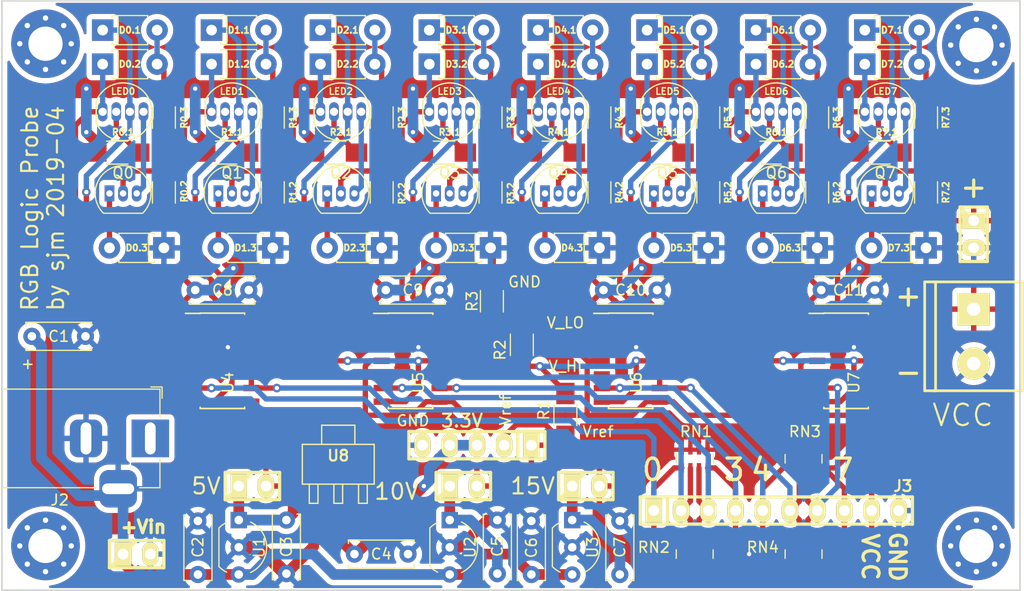
<source format=kicad_pcb>
(kicad_pcb (version 20240108) (generator "pcbnew") (generator_version "8.0")
  (layers (0 "F.Cu" signal) (31 "B.Cu" signal) (36 "B.SilkS" user "B.Silkscreen") (37 "F.SilkS" user "F.Silkscreen") (38 "B.Mask" user) (39 "F.Mask" user) (44 "Edge.Cuts" user))
  (net 0 "")
  (net 1 "/V_IN")
  (net 2 "GND")
  (net 3 "/V_5V")
  (net 4 "/V_10V")
  (net 5 "/V_15V")
  (net 6 "VCC")
  (net 7 "Net-(D0.1-A)")
  (net 8 "Net-(D0.3-A)")
  (net 9 "Net-(D1.1-A)")
  (net 10 "Net-(D1.3-A)")
  (net 11 "Net-(D2.1-A)")
  (net 12 "Net-(D2.3-A)")
  (net 13 "Net-(D3.1-A)")
  (net 14 "Net-(D3.3-A)")
  (net 15 "Net-(D4.1-A)")
  (net 16 "Net-(D4.3-A)")
  (net 17 "Net-(D5.1-A)")
  (net 18 "Net-(D5.3-A)")
  (net 19 "Net-(D6.1-A)")
  (net 20 "Net-(D6.3-A)")
  (net 21 "Net-(D7.1-A)")
  (net 22 "Net-(D7.3-A)")
  (net 23 "Net-(JP4-Pin_2)")
  (net 24 "Net-(LED0-BK)")
  (net 25 "Net-(LED0-A)")
  (net 26 "Net-(LED1-A)")
  (net 27 "Net-(LED1-BK)")
  (net 28 "Net-(LED2-A)")
  (net 29 "Net-(LED2-BK)")
  (net 30 "Net-(LED3-BK)")
  (net 31 "Net-(LED3-A)")
  (net 32 "Net-(LED4-BK)")
  (net 33 "Net-(LED4-A)")
  (net 34 "Net-(LED5-BK)")
  (net 35 "IN_7")
  (net 36 "IN_6")
  (net 37 "IN_5")
  (net 38 "IN_4")
  (net 39 "IN_3")
  (net 40 "IN_2")
  (net 41 "IN_1")
  (net 42 "IN_0")
  (net 43 "Net-(LED5-A)")
  (net 44 "Net-(LED6-BK)")
  (net 45 "Net-(LED6-A)")
  (net 46 "Net-(LED7-A)")
  (net 47 "Net-(LED7-BK)")
  (net 48 "Net-(Q0-B)")
  (net 49 "Net-(Q1-B)")
  (net 50 "Net-(Q2-B)")
  (net 51 "Net-(Q3-B)")
  (net 52 "Net-(Q4-B)")
  (net 53 "Net-(Q5-B)")
  (net 54 "Net-(Q6-B)")
  (net 55 "V_HI")
  (net 56 "V_LO")
  (net 57 "/bits/0_HI")
  (net 58 "/bits/0_LO")
  (net 59 "/bits/1_HI")
  (net 60 "/bits/1_LO")
  (net 61 "/bits/2_HI")
  (net 62 "/bits/2_LO")
  (net 63 "/bits/3_HI")
  (net 64 "/bits/3_LO")
  (net 65 "/bits/4_HI")
  (net 66 "/bits/4_LO")
  (net 67 "/bits/5_HI")
  (net 68 "/bits/5_LO")
  (net 69 "/bits/6_HI")
  (net 70 "/bits/6_LO")
  (net 71 "/bits/7_HI")
  (net 72 "/bits/7_LO")
  (net 73 "V_3.3")
  (net 74 "Net-(Q7-B)")
  (footprint "Capacitors_ThroughHole:C_Disc_D6.0mm_W2.5mm_P5.00mm" (layer "F.Cu") (at 97.79 153.035 90)
    (property "Reference" "C2")
    (property "Value" "4.7u")
  )
  (footprint "Capacitors_ThroughHole:C_Disc_D6.0mm_W2.5mm_P5.00mm" (layer "F.Cu") (at 128.905 153.035 90)
    (property "Reference" "C6")
    (property "Value" "4.7u")
  )
  (footprint "Capacitors_ThroughHole:C_Disc_D6.0mm_W2.5mm_P5.00mm" (layer "F.Cu") (at 137.16 153.035 90)
    (property "Reference" "C7")
    (property "Value" "1u")
  )
  (footprint "Capacitors_ThroughHole:C_Disc_D6.0mm_W2.5mm_P5.00mm" (layer "F.Cu") (at 115.316 126.492)
    (property "Reference" "C9")
    (property "Value" "1u")
  )
  (footprint "w_pin_strip:pin_strip_10" (layer "F.Cu") (at 151.765 147.066)
    (property "Reference" "J3")
    (property "Value" "Conn_01x10_Male" (hide yes))
  )
  (footprint "w_pin_strip:pin_strip_2" (layer "F.Cu") (at 170.18 121.285 -90)
    (property "Reference" "J4" (hide yes))
    (property "Value" "Conn_01x02_Male" (hide yes))
  )
  (footprint "w_conn_screw:mors_2p" (layer "F.Cu") (at 170.18 130.81 -90)
    (property "Reference" "J5" (hide yes))
    (property "Value" "Screw_Terminal_01x02" (hide yes))
  )
  (footprint "w_pin_strip:pin_strip_2" (layer "F.Cu") (at 102.87 144.78)
    (property "Reference" "JP1" (hide yes))
    (property "Value" "Jumper" (hide yes))
  )
  (footprint "w_pin_strip:pin_strip_2" (layer "F.Cu") (at 122.555 144.78)
    (property "Reference" "JP2" (hide yes))
    (property "Value" "Jumper" (hide yes))
  )
  (footprint "w_pin_strip:pin_strip_2" (layer "F.Cu") (at 133.985 144.78)
    (property "Reference" "JP3" (hide yes))
    (property "Value" "Jumper" (hide yes))
  )
  (footprint "LED:LED-RGB-THRU" (layer "F.Cu") (at 100.965 109.855 180)
    (property "Reference" "LED1")
    (property "Value" "LED_RAGB" (hide yes))
  )
  (footprint "TO_SOT_Packages_THT:TO-92_Inline_Narrow_Oval" (layer "F.Cu") (at 130.175 117.475)
    (property "Reference" "Q4")
    (property "Value" "2N2222A")
  )
  (footprint "Resistors_SMD:R_1206_HandSoldering" (layer "F.Cu") (at 132.08 138.144 90)
    (property "Reference" "R1")
    (property "Value" "7.5k")
  )
  (footprint "Resistors_SMD:R_1206_HandSoldering" (layer "F.Cu") (at 128.016 131.604 90)
    (property "Reference" "R2")
    (property "Value" "10k")
  )
  (footprint "Resistors_SMD:R_1206_HandSoldering" (layer "F.Cu") (at 125.222 127.54 90)
    (property "Reference" "R3")
    (property "Value" "7.5k")
  )
  (footprint "TO_SOT_Packages_THT:TO-92_Inline_Wide" (layer "F.Cu") (at 101.6 147.955 -90)
    (property "Reference" "U1")
    (property "Value" "L78L05")
  )
  (footprint "TO_SOT_Packages_THT:TO-92_Inline_Wide" (layer "F.Cu") (at 121.285 147.955 -90)
    (property "Reference" "U2")
    (property "Value" "L78L10")
  )
  (footprint "TO_SOT_Packages_THT:TO-92_Inline_Wide" (layer "F.Cu") (at 132.715 147.955 -90)
    (property "Reference" "U3")
    (property "Value" "L78L15")
  )
  (footprint "Capacitors_ThroughHole:C_Disc_D6.0mm_W2.5mm_P5.00mm" (layer "F.Cu") (at 106.045 147.955 -90)
    (property "Reference" "C3")
    (property "Value" "1u")
  )
  (footprint "Mounting_Holes:MountingHole_3.2mm_M3_Pad_Via" (layer "F.Cu") (at 83.566 103.505)
    (property "Reference" "H1" (hide yes))
    (property "Value" "MountingHole")
  )
  (footprint "Mounting_Holes:MountingHole_3.2mm_M3_Pad_Via" (layer "F.Cu") (at 83.566 150.368)
    (property "Reference" "H2" (hide yes))
    (property "Value" "MountingHole")
  )
  (footprint "Mounting_Holes:MountingHole_3.2mm_M3_Pad_Via" (layer "F.Cu") (at 170.434 103.632)
    (property "Reference" "H3" (hide yes))
    (property "Value" "MountingHole" (hide yes))
  )
  (footprint "Mounting_Holes:MountingHole_3.2mm_M3_Pad_Via" (layer "F.Cu") (at 170.434 150.368)
    (property "Reference" "H4" (hide yes))
    (property "Value" "MountingHole")
  )
  (footprint "Resistors_SMD:R_Array_Concave_4x0603" (layer "F.Cu") (at 144.145 151.13 90)
    (property "Reference" "RN2")
    (property "Value" "470k")
  )
  (footprint "w_pin_strip:pin_strip_2" (layer "F.Cu") (at 92.075 151.13)
    (property "Reference" "J1" (hide yes))
    (property "Value" "Conn_01x02_Male" (hide yes))
  )
  (footprint "Housings_SOIC:SOIC-14_3.9x8.7mm_Pitch1.27mm" (layer "F.Cu") (at 117.635 133.096)
    (property "Reference" "U5")
    (property "Value" "LM339")
  )
  (footprint "Resistors_SMD:R_Array_Concave_4x0603" (layer "F.Cu") (at 144.145 142.24 90)
    (property "Reference" "RN1")
    (property "Value" "470k")
  )
  (footprint "Housings_SOIC:SOIC-14_3.9x8.7mm_Pitch1.27mm" (layer "F.Cu") (at 100.076 133.096)
    (property "Reference" "U4")
    (property "Value" "LM339")
  )
  (footprint "Capacitors_ThroughHole:C_Disc_D6.0mm_W2.5mm_P5.00mm" (layer "F.Cu") (at 135.636 126.492)
    (property "Reference" "C10")
    (property "Value" "1u")
  )
  (footprint "Capacitors_ThroughHole:C_Disc_D6.0mm_W2.5mm_P5.00mm" (layer "F.Cu") (at 155.956 126.492)
    (property "Reference" "C11")
    (property "Value" "1u")
  )
  (footprint "Diodes_ThroughHole:D_T-1_P5.08mm_Horizontal" (layer "F.Cu") (at 88.9 105.41)
    (property "Reference" "D0.2")
    (property "Value" "1N4148")
  )
  (footprint "Diodes_ThroughHole:D_T-1_P5.08mm_Horizontal" (layer "F.Cu") (at 94.615 122.555 180)
    (property "Reference" "D0.3")
    (property "Value" "1N4148")
  )
  (footprint "Diodes_ThroughHole:D_T-1_P5.08mm_Horizontal" (layer "F.Cu") (at 99.06 102.235)
    (property "Reference" "D1.1")
    (property "Value" "1N4148")
  )
  (footprint "Diodes_ThroughHole:D_T-1_P5.08mm_Horizontal" (layer "F.Cu") (at 129.54 102.235)
    (property "Reference" "D4.1")
    (property "Value" "1N4148")
  )
  (footprint "Diodes_ThroughHole:D_T-1_P5.08mm_Horizontal" (layer "F.Cu") (at 135.255 122.555 180)
    (property "Reference" "D4.3")
    (property "Value" "1N4148")
  )
  (footprint "Diodes_ThroughHole:D_T-1_P5.08mm_Horizontal" (layer "F.Cu") (at 139.7 102.235)
    (property "Reference" "D5.1")
    (property "Value" "1N4148")
  )
  (footprint "Diodes_ThroughHole:D_T-1_P5.08mm_Horizontal" (layer "F.Cu") (at 139.7 105.41)
    (property "Reference" "D5.2")
    (property "Value" "1N4148")
  )
  (footprint "Diodes_ThroughHole:D_T-1_P5.08mm_Horizontal" (layer "F.Cu") (at 149.86 102.235)
    (property "Reference" "D6.1")
    (property "Value" "1N4148")
  )
  (footprint "Diodes_ThroughHole:D_T-1_P5.08mm_Horizontal" (layer "F.Cu") (at 149.86 105.41)
    (property "Reference" "D6.2")
    (property "Value" "1N4148")
  )
  (footprint "Diodes_ThroughHole:D_T-1_P5.08mm_Horizontal" (layer "F.Cu") (at 155.575 122.555 180)
    (property "Reference" "D6.3")
    (property "Value" "1N4148")
  )
  (footprint "Diodes_ThroughHole:D_T-1_P5.08mm_Horizontal" (layer "F.Cu") (at 160.02 102.235)
    (property "Reference" "D7.1")
    (property "Value" "1N4148")
  )
  (footprint "Diodes_ThroughHole:D_T-1_P5.08mm_Horizontal" (layer "F.Cu") (at 160.02 105.41)
    (property "Reference" "D7.2")
    (property "Value" "1N4148")
  )
  (footprint "Diodes_ThroughHole:D_T-1_P5.08mm_Horizontal" (layer "F.Cu") (at 165.735 122.555 180)
    (property "Reference" "D7.3")
    (property "Value" "1N4148")
  )
  (footprint "LED:LED-RGB-THRU" (layer "F.Cu") (at 90.805 109.855 180)
    (property "Reference" "LED0")
    (property "Value" "LED_RAGB" (hide yes))
  )
  (footprint "LED:LED-RGB-THRU" (layer "F.Cu") (at 141.605 109.855 180)
    (property "Reference" "LED5")
    (property "Value" "LED_RAGB" (hide yes))
  )
  (footprint "LED:LED-RGB-THRU" (layer "F.Cu") (at 151.765 109.855 180)
    (property "Reference" "LED6")
    (property "Value" "LED_RAGB" (hide yes))
  )
  (footprint "LED:LED-RGB-THRU" (layer "F.Cu") (at 161.925 109.855 180)
    (property "Reference" "LED7")
    (property "Value" "LED_RAGB" (hide yes))
  )
  (footprint "TO_SOT_Packages_THT:TO-92_Inline_Narrow_Oval" (layer "F.Cu") (at 89.535 117.475)
    (property "Reference" "Q0")
    (property "Value" "2N2222A")
  )
  (footprint "TO_SOT_Packages_THT:TO-92_Inline_Narrow_Oval" (layer "F.Cu") (at 140.335 117.475)
    (property "Reference" "Q5")
    (property "Value" "2N2222A")
  )
  (footprint "TO_SOT_Packages_THT:TO-92_Inline_Narrow_Oval" (layer "F.Cu") (at 150.495 117.475)
    (property "Reference" "Q6")
    (property "Value" "2N2222A")
  )
  (footprint "TO_SOT_Packages_THT:TO-92_Inline_Narrow_Oval" (layer "F.Cu") (at 160.655 117.475)
    (property "Reference" "Q7")
    (property "Value" "2N2222A")
  )
  (footprint "Resistors_SMD:R_1206_HandSoldering" (layer "F.Cu") (at 94.615 110.395 -90)
    (property "Reference" "R0.3")
    (property "Value" "100")
  )
  (footprint "Resistors_SMD:R_1206_HandSoldering" (layer "F.Cu") (at 110.585 113.665 180)
    (property "Reference" "R2.1")
    (property "Value" "470")
  )
  (footprint "Resistors_SMD:R_1206_HandSoldering" (layer "F.Cu") (at 130.905 113.665 180)
    (property "Reference" "R4.1")
    (property "Value" "470")
  )
  (footprint "Resistors_SMD:R_1206_HandSoldering" (layer "F.Cu") (at 135.255 117.38 -90)
    (property "Reference" "R4.2")
    (property "Value" "47k")
  )
  (footprint "Resistors_SMD:R_1206_HandSoldering" (layer "F.Cu") (at 135.255 110.395 -90)
    (property "Reference" "R4.3")
    (property "Value" "100")
  )
  (footprint "Resistors_SMD:R_1206_HandSoldering" (layer "F.Cu") (at 141.065 113.665 180)
    (property "Reference" "R5.1")
    (property "Value" "470")
  )
  (footprint "Resistors_SMD:R_1206_HandSoldering" (layer "F.Cu") (at 145.415 117.38 -90)
    (property "Reference" "R5.2")
    (property "Value" "47k")
  )
  (footprint "Resistors_SMD:R_1206_HandSoldering" (layer "F.Cu") (at 145.415 110.395 -90)
    (property "Reference" "R5.3")
    (property "Value" "100")
  )
  (footprint "Resistors_SMD:R_1206_HandSoldering" (layer "F.Cu") (at 151.225 113.665 180)
    (property "Reference" "R6.1")
    (property "Value" "470")
  )
  (footprint "Resistors_SMD:R_1206_HandSoldering" (layer "F.Cu") (at 155.575 117.38 -90)
    (property "Reference" "R6.2")
    (property "Value" "47k")
  )
  (footprint "Resistors_SMD:R_1206_HandSoldering" (layer "F.Cu") (at 155.575 110.395 -90)
    (property "Reference" "R6.3")
    (property "Value" "100")
  )
  (footprint "Resistors_SMD:R_1206_HandSoldering" (layer "F.Cu") (at 161.385 113.665 180)
    (property "Reference" "R7.1")
    (property "Value" "470")
  )
  (footprint "Resistors_SMD:R_1206_HandSoldering" (layer "F.Cu") (at 165.735 117.38 -90)
    (property "Reference" "R7.2")
    (property "Value" "47k")
  )
  (footprint "Resistors_SMD:R_1206_HandSoldering" (layer "F.Cu") (at 165.735 110.395 -90)
    (property "Reference" "R7.3")
    (property "Value" "100")
  )
  (footprint "Resistors_SMD:R_Array_Concave_4x0603" (layer "F.Cu") (at 154.305 142.24 90)
    (property "Reference" "RN3")
    (property "Value" "470k")
  )
  (footprint "Resistors_SMD:R_Array_Concave_4x0603" (layer "F.Cu") (at 154.305 151.13 90)
    (property "Reference" "RN4")
    (property "Value" "470k")
  )
  (footprint "Housings_SOIC:SOIC-14_3.9x8.7mm_Pitch1.27mm" (layer "F.Cu") (at 138.176 133.096)
    (property "Reference" "U6")
    (property "Value" "LM339")
  )
  (footprint "Housings_SOIC:SOIC-14_3.9x8.7mm_Pitch1.27mm" (layer "F.Cu") (at 158.275 133.096)
    (property "Reference" "U7")
    (property "Value" "LM339")
  )
  (footprint "Resistors_SMD:R_1206_HandSoldering" (layer "F.Cu") (at 104.775 117.38 -90)
    (property "Reference" "R1.2")
    (property "Value" "47k")
  )
  (footprint "Diodes_ThroughHole:D_T-1_P5.08mm_Horizontal" (layer "F.Cu") (at 88.9 102.235)
    (property "Reference" "D0.1")
    (property "Value" "1N4148")
  )
  (footprint "Diodes_ThroughHole:D_T-1_P5.08mm_Horizontal" (layer "F.Cu") (at 104.775 122.555 180)
    (property "Reference" "D1.3")
    (property "Value" "1N4148")
  )
  (footprint "Resistors_SMD:R_1206_HandSoldering" (layer "F.Cu") (at 94.615 117.38 -90)
    (property "Reference" "R0.2")
    (property "Value" "47k")
  )
  (footprint "Resistors_SMD:R_1206_HandSoldering" (layer "F.Cu") (at 90.265 113.665 180)
    (property "Reference" "R0.1")
    (property "Value" "470")
  )
  (footprint "Resistors_SMD:R_1206_HandSoldering" (layer "F.Cu") (at 120.745 113.665 180)
    (property "Reference" "R3.1")
    (property "Value" "470")
  )
  (footprint "Resistors_SMD:R_1206_HandSoldering" (layer "F.Cu") (at 125.095 110.395 -90)
    (property "Reference" "R3.3")
    (property "Value" "100")
  )
  (footprint "Resistors_SMD:R_1206_HandSoldering" (layer "F.Cu") (at 125.095 117.38 -90)
    (property "Reference" "R3.2")
    (property "Value" "47k")
  )
  (footprint "Diodes_ThroughHole:D_T-1_P5.08mm_Horizontal" (layer "F.Cu") (at 119.38 102.235)
    (property "Reference" "D3.1")
    (property "Value" "1N4148")
  )
  (footprint "Diodes_ThroughHole:D_T-1_P5.08mm_Horizontal" (layer "F.Cu") (at 119.38 105.41)
    (property "Reference" "D3.2")
    (property "Value" "1N4148")
  )
  (footprint "TO_SOT_Packages_THT:TO-92_Inline_Narrow_Oval" (layer "F.Cu") (at 120.015 117.475)
    (property "Reference" "Q3")
    (property "Value" "2N2222A")
  )
  (footprint "LED:LED-RGB-THRU" (layer "F.Cu") (at 121.285 109.855 180)
    (property "Reference" "LED3")
    (property "Value" "LED_RAGB" (hide yes))
  )
  (footprint "Resistors_SMD:R_1206_HandSoldering" (layer "F.Cu") (at 100.425 113.665 180)
    (property "Reference" "R1.1")
    (property "Value" "470")
  )
  (footprint "TO_SOT_Packages_THT:TO-92_Inline_Narrow_Oval" (layer "F.Cu") (at 99.695 117.475)
    (property "Reference" "Q1")
    (property "Value" "2N2222A")
  )
  (footprint "Diodes_ThroughHole:D_T-1_P5.08mm_Horizontal" (layer "F.Cu") (at 125.095 122.555 180)
    (property "Reference" "D3.3")
    (property "Value" "1N4148")
  )
  (footprint "Diodes_ThroughHole:D_T-1_P5.08mm_Horizontal" (layer "F.Cu") (at 99.06 105.41)
    (property "Reference" "D1.2")
    (property "Value" "1N4148")
  )
  (footprint "Resistors_SMD:R_1206_HandSoldering" (layer "F.Cu") (at 104.775 110.395 -90)
    (property "Reference" "R1.3")
    (property "Value" "100")
  )
  (footprint "Resistors_SMD:R_1206_HandSoldering" (layer "F.Cu") (at 114.935 110.395 -90)
    (property "Reference" "R2.3")
    (property "Value" "100")
  )
  (footprint "Diodes_ThroughHole:D_T-1_P5.08mm_Horizontal" (layer "F.Cu") (at 109.22 105.41)
    (property "Reference" "D2.2")
    (property "Value" "1N4148")
  )
  (footprint "TO_SOT_Packages_THT:TO-92_Inline_Narrow_Oval" (layer "F.Cu") (at 109.855 117.475)
    (property "Reference" "Q2")
    (property "Value" "2N2222A")
  )
  (footprint "LED:LED-RGB-THRU" (layer "F.Cu") (at 111.125 109.855 180)
    (property "Reference" "LED2")
    (property "Value" "LED_RAGB" (hide yes))
  )
  (footprint "Resistors_SMD:R_1206_HandSoldering" (layer "F.Cu") (at 114.935 117.38 -90)
    (property "Reference" "R2.2")
    (property "Value" "47k")
  )
  (footprint "Diodes_ThroughHole:D_T-1_P5.08mm_Horizontal" (layer "F.Cu") (at 114.935 122.555 180)
    (property "Reference" "D2.3")
    (property "Value" "1N4148")
  )
  (footprint "Diodes_ThroughHole:D_T-1_P5.08mm_Horizontal" (layer "F.Cu") (at 109.22 102.235)
    (property "Reference" "D2.1")
    (property "Value" "1N4148")
  )
  (footprint "LED:LED-RGB-THRU" (layer "F.Cu") (at 131.445 109.855 180)
    (property "Reference" "LED4")
    (property "Value" "LED_RAGB" (hide yes))
  )
  (footprint "Diodes_ThroughHole:D_T-1_P5.08mm_Horizontal" (layer "F.Cu") (at 129.54 105.41)
    (property "Reference" "D4.2")
    (property "Value" "1N4148")
  )
  (footprint "Capacitors_ThroughHole:C_Disc_D6.0mm_W2.5mm_P5.00mm" (layer "F.Cu") (at 97.536 126.492)
    (property "Reference" "C8")
    (property "Value" "1u")
  )
  (footprint "Diodes_ThroughHole:D_T-1_P5.08mm_Horizontal" (layer "F.Cu") (at 145.415 122.555 180)
    (property "Reference" "D5.3")
    (property "Value" "1N4148")
  )
  (footprint "Capacitors_ThroughHole:C_Disc_D6.0mm_W2.5mm_P5.00mm" (layer "F.Cu") (at 82.296 130.81)
    (property "Reference" "C1")
    (property "Value" "10u")
  )
  (footprint "Capacitors_ThroughHole:C_Disc_D6.0mm_W2.5mm_P5.00mm" (layer "F.Cu") (at 112.395 151.13)
    (property "Reference" "C4")
    (property "Value" "1u")
  )
  (footprint "Capacitors_ThroughHole:C_Disc_D6.0mm_W2.5mm_P5.00mm" (layer "F.Cu") (at 125.73 152.955 90)
    (property "Reference" "C5")
    (property "Value" "1u")
  )
  (footprint "w_smd_trans:sot223" (layer "F.Cu") (at 110.885 142.748)
    (property "Reference" "U8")
    (property "Value" "AMS1117-3.3" (hide yes))
  )
  (footprint "w_pin_strip:pin_strip_5" (layer "F.Cu") (at 123.825 140.97 180)
    (property "Reference" "JP4" (hide yes))
    (property "Value" "Conn_01x05_Male" (hide yes))
  )
  (footprint "Connector_BarrelJack:BarrelJack_Horizontal" (layer "F.Cu") (at 93.345 140.335)
    (property "Reference" "J2")
    (property "Value" "Barrel_Jack_Switch")
  )
  (gr_line (start 174.5 99.5) (end 174.5 154.5) (stroke (width 0.15)) (layer "Edge.Cuts"))
  (gr_line (start 79.5 154.5) (end 174.5 154.5) (stroke (width 0.15)) (layer "Edge.Cuts"))
  (gr_line (start 79.5 99.5) (end 79.5 154.5) (stroke (width 0.15)) (layer "Edge.Cuts"))
  (gr_line (start 79.5 99.5) (end 174.5 99.5) (stroke (width 0.15)) (layer "Edge.Cuts"))
  (gr_text "GND" (at 163.068 151.384 270) (layer "F.SilkS") (effects (font (size 1.5 1.5) (thickness 0.3))))
  (gr_text "+" (at 170.18 116.84 0) (layer "F.SilkS") (effects (font (size 2 2) (thickness 0.3))))
  (gr_text "VCC" (at 160.528 151.384 270) (layer "F.SilkS") (effects (font (size 1.5 1.5) (thickness 0.3))))
  (gr_text "10V" (at 116.332 145.288 0) (layer "F.SilkS") (effects (font (size 1.5 1.5) (thickness 0.2))))
  (gr_text "15V" (at 129.032 144.78 0) (layer "F.SilkS") (effects (font (size 1.5 1.5) (thickness 0.2))))
  (gr_text "4" (at 150.368 143.256 0) (layer "F.SilkS") (effects (font (size 2 2) (thickness 0.3))))
  (gr_text "7" (at 157.988 143.256 0) (layer "F.SilkS") (effects (font (size 2 2) (thickness 0.3))))
  (gr_text "3.3V" (at 122.428 138.684 0) (layer "F.SilkS") (effects (font (size 1.2 1.2) (thickness 0.2))))
  (gr_text "Vref" (at 135.128 139.7 0) (layer "F.SilkS") (effects (font (size 1 1))))
  (gr_text "-" (at 164.084 134.112 0) (layer "F.SilkS") (effects (font (size 2 2) (thickness 0.3))))
  (gr_text "3" (at 147.828 143.256 0) (layer "F.SilkS") (effects (font (size 2 2) (thickness 0.3))))
  (gr_text "+" (at 164.084 127 0) (layer "F.SilkS") (effects (font (size 2 2) (thickness 0.3))))
  (gr_text "+Vin" (at 92.71 148.59 0) (layer "F.SilkS") (effects (font (size 1.2 1.2) (thickness 0.3))))
  (gr_text "Vref" (at 126.492 137.668 90) (layer "F.SilkS") (effects (font (size 1 1))))
  (gr_text "5V" (at 98.552 144.78 0) (layer "F.SilkS") (effects (font (size 1.5 1.5) (thickness 0.2))))
  (gr_text "RGB Logic Probe\nby sjm 2019-04" (at 83.312 118.872 90) (layer "F.SilkS") (effects (font (size 1.5 1.5) (thickness 0.2))))
  (gr_text "0" (at 140.208 143.256 0) (layer "F.SilkS") (effects (font (size 2 2) (thickness 0.3))))
  (gr_text "V_HI" (at 132.08 133.604 0) (layer "F.SilkS") (effects (font (size 1 1))))
  (gr_text "VCC" (at 169.164 138.176 0) (layer "F.SilkS") (effects (font (size 2 2) (thickness 0.2))))
  (gr_text "V_LO" (at 132.08 129.54 0) (layer "F.SilkS") (effects (font (size 1 1))))
  (gr_text "GND" (at 128.27 125.73 0) (layer "F.SilkS") (effects (font (size 1 1))))
  (gr_text "+" (at 81.915 133.35 0) (layer "F.SilkS") (effects (font (size 1 1))))
  (gr_text "GND" (at 117.856 138.684 0) (layer "F.SilkS") (effects (font (size 1 1))))
  (segment (start 90.805 151.93391) (end 91.90609 153.035) (width 1) (layer "F.Cu") (net 1))
  (segment (start 122.555 153.035) (end 124.46 151.13) (width 1) (layer "F.Cu") (net 1))
  (segment (start 97.79 153.035) (end 101.6 153.035) (width 1) (layer "F.Cu") (net 1))
  (segment (start 128.105001 152.235001) (end 128.905 153.035) (width 1) (layer "F.Cu") (net 1))
  (segment (start 128.905 153.035) (end 132.715 153.035) (width 1) (layer "F.Cu") (net 1))
  (segment (start 91.90609 153.035) (end 97.79 153.035) (width 1) (layer "F.Cu") (net 1))
  (segment (start 121.285 153.035) (end 122.555 153.035) (width 1) (layer "F.Cu") (net 1))
  (segment (start 127 151.13) (end 128.105001 152.235001) (width 1) (layer "F.Cu") (net 1))
  (segment (start 124.46 151.13) (end 127 151.13) (width 1) (layer "F.Cu") (net 1))
  (segment (start 110.49 153.035) (end 120.210198 153.035) (width 1) (layer "B.Cu") (net 1))
  (segment (start 102.87 153.035) (end 104.775 151.13) (width 1) (layer "B.Cu") (net 1))
  (segment (start 82.296 130.81) (end 83.185 131.699) (width 1) (layer "B.Cu") (net 1))
  (segment (start 86.695999 145.67) (end 90.472 145.67) (width 1) (layer "B.Cu") (net 1))
  (segment (start 101.6 153.035) (end 102.87 153.035) (width 1) (layer "B.Cu") (net 1))
  (segment (start 83.185 142.159001) (end 86.695999 145.67) (width 1) (layer "B.Cu") (net 1))
  (segment (start 90.805 151.13) (end 90.805 146.003) (width 1) (layer "B.Cu") (net 1))
  (segment (start 104.775 151.13) (end 108.585 151.13) (width 1) (layer "B.Cu") (net 1))
  (segment (start 108.585 151.13) (end 110.49 153.035) (width 1) (layer "B.Cu") (net 1))
  (segment (start 83.185 131.699) (end 83.185 142.159001) (width 1) (layer "B.Cu") (net 1))
  (segment (start 120.210198 153.035) (end 121.285 153.035) (width 1) (layer "B.Cu") (net 1))
  (segment (start 90.805 146.003) (end 90.472 145.67) (width 1) (layer "B.Cu") (net 1))
  (segment (start 145.345 151.98) (end 148.375 151.98) (width 0.5) (layer "F.Cu") (net 2))
  (segment (start 153.905 151.98) (end 154.705 151.98) (width 0.5) (layer "F.Cu") (net 2))
  (segment (start 160.975 131.826) (end 159.004 131.826) (width 0.5) (layer "F.Cu") (net 2))
  (segment (start 153.105 151.98) (end 150.075 151.98) (width 0.5) (layer "F.Cu") (net 2))
  (segment (start 148.825001 151.529999) (end 149.225 151.13) (width 0.5) (layer "F.Cu") (net 2))
  (segment (start 145.245 151.98) (end 145.288 152.023) (width 0.5) (layer "F.Cu") (net 2))
  (segment (start 103.505 150.495) (end 101.6 150.495) (width 1.25) (layer "F.Cu") (net 2))
  (segment (start 105.965 152.955) (end 103.505 150.495) (width 1.25) (layer "F.Cu") (net 2))
  (segment (start 148.375 151.98) (end 148.825001 151.529999) (width 0.5) (layer "F.Cu") (net 2))
  (segment (start 124.7775 147.955) (end 125.73 147.955) (width 1) (layer "F.Cu") (net 2))
  (segment (start 120.335 131.826) (end 118.364 131.826) (width 0.5) (layer "F.Cu") (net 2))
  (segment (start 125.222 125.54) (end 125.222 122.682) (width 0.75) (layer "F.Cu") (net 2))
  (segment (start 150.075 151.98) (end 149.225 151.13) (width 0.5) (layer "F.Cu") (net 2))
  (segment (start 108.585 145.748) (end 108.585 150.415) (width 1) (layer "F.Cu") (net 2))
  (segment (start 102.776 131.826) (end 100.584 131.826) (width 0.5) (layer "F.Cu") (net 2))
  (segment (start 144.545 151.98) (end 145.245 151.98) (width 0.5) (layer "F.Cu") (net 2))
  (segment (start 154.705 151.98) (end 155.505 151.98) (width 0.5) (layer "F.Cu") (net 2))
  (segment (start 108.585 150.415) (end 106.045 152.955) (width 1) (layer "F.Cu") (net 2))
  (segment (start 121.285 150.495) (end 122.2375 150.495) (width 1) (layer "F.Cu") (net 2))
  (segment (start 125.222 122.682) (end 125.095 122.555) (width 0.75) (layer "F.Cu") (net 2))
  (segment (start 140.876 131.826) (end 138.684 131.826) (width 0.5) (layer "F.Cu") (net 2))
  (segment (start 142.945 151.98) (end 143.745 151.98) (width 0.5) (layer "F.Cu") (net 2))
  (segment (start 122.2375 150.495) (end 124.7775 147.955) (width 1) (layer "F.Cu") (net 2))
  (segment (start 106.045 152.955) (end 105.965 152.955) (width 1.25) (layer "F.Cu") (net 2))
  (segment (start 153.105 151.98) (end 153.905 151.98) (width 0.5) (layer "F.Cu") (net 2))
  (segment (start 143.745 151.98) (end 144.545 151.98) (width 0.5) (layer "F.Cu") (net 2))
  (via (at 118.364 131.826) (size 0.8) (drill 0.4) (layers "F.Cu" "B.Cu") (net 2))
  (via (at 100.584 131.826) (size 0.8) (drill 0.4) (layers "F.Cu" "B.Cu") (net 2))
  (via (at 159.004 131.826) (size 0.8) (drill 0.4) (layers "F.Cu" "B.Cu") (net 2))
  (via (at 149.225 151.13) (size 0.8) (drill 0.4) (layers "F.Cu" "B.Cu") (net 2))
  (via (at 138.684 131.826) (size 0.8) (drill 0.4) (layers "F.Cu" "B.Cu") (net 2))
  (segment (start 106.68 147.32) (end 106.68 144.145) (width 1) (layer "F.Cu") (net 3))
  (segment (start 101.6 144.78) (end 101.6 147.955) (width 1) (layer "F.Cu") (net 3))
  (segment (start 113.185 144.3) (end 113.185 145.748) (width 1) (layer "F.Cu") (net 3))
  (segment (start 107.315 143.51) (end 112.395 143.51) (width 1) (layer "F.Cu") (net 3))
  (segment (start 106.68 144.145) (end 107.315 143.51) (width 1) (layer "F.Cu") (net 3))
  (segment (start 112.395 143.51) (end 113.185 144.3) (width 1) (layer "F.Cu") (net 3))
  (segment (start 106.045 147.955) (end 106.68 147.32) (width 1) (layer "F.Cu") (net 3))
  (segment (start 106.045 147.955) (end 101.6 147.955) (width 1) (layer "B.Cu") (net 3))
  (segment (start 121.285 147.955) (end 121.285 144.78) (width 1) (layer "F.Cu") (net 4))
  (segment (start 125.73 152.955) (end 125.73 150.495) (width 1) (layer "B.Cu") (net 4))
  (segment (start 125.73 150.495) (end 123.19 147.955) (width 1) (layer "B.Cu") (net 4))
  (segment (start 123.19 147.955) (end 121.285 147.955) (width 1) (layer "B.Cu") (net 4))
  (segment (start 132.715 147.955) (end 132.715 144.78) (width 1) (layer "F.Cu") (net 5))
  (segment (start 137.16 150.64) (end 134.475 147.955) (width 1) (layer "B.Cu") (net 5))
  (segment (start 137.16 153.035) (end 137.16 150.64) (width 1) (layer "B.Cu") (net 5))
  (segment (start 134.475 147.955) (end 132.715 147.955) (width 1) (layer "B.Cu") (net 5))
  (segment (start 104.775 119.38) (end 102.925 119.38) (width 1) (layer "F.Cu") (net 6))
  (segment (start 102.235 120.07) (end 102.235 123.825) (width 1) (layer "F.Cu") (net 6))
  (segment (start 145.415 119.38) (end 143.565 119.38) (width 1) (layer "F.Cu") (net 6))
  (segment (start 155.575 119.38) (end 153.725 119.38) (width 1) (layer "F.Cu") (net 6))
  (segment (start 88.265 112.649) (end 87.376 111.76) (width 1) (layer "F.Cu") (net 6))
  (segment (start 133.405 119.38) (end 132.715 120.07) (width 1) (layer "F.Cu") (net 6))
  (segment (start 135.255 119.38) (end 133.405 119.38) (width 1) (layer "F.Cu") (net 6))
  (segment (start 143.565 119.38) (end 142.875 120.07) (width 1) (layer "F.Cu") (net 6))
  (segment (start 139.065 112.649) (end 138.176 111.76) (width 1) (layer "F.Cu") (net 6))
  (segment (start 129.908 127.508) (end 129.032 127.508) (width 0.5) (layer "F.Cu") (net 6))
  (segment (start 132.715 120.07) (end 132.715 123.825) (width 1) (layer "F.Cu") (net 6))
  (segment (start 92.075 120.07) (end 92.075 123.825) (width 1) (layer "F.Cu") (net 6))
  (segment (start 112.395 120.07) (end 112.395 123.825) (width 1) (layer "F.Cu") (net 6))
  (segment (start 159.385 113.665) (end 159.385 112.649) (width 1) (layer "F.Cu") (net 6))
  (segment (start 153.725 119.38) (end 153.035 120.07) (width 1) (layer "F.Cu") (net 6))
  (segment (start 88.265 113.665) (end 88.265 112.649) (width 1) (layer "F.Cu") (net 6))
  (segment (start 135.476 131.826) (end 134.226 131.826) (width 0.5) (layer "F.Cu") (net 6))
  (segment (start 165.735 119.38) (end 163.885 119.38) (width 1) (layer "F.Cu") (net 6))
  (segment (start 163.885 119.38) (end 163.195 120.07) (width 1) (layer "F.Cu") (net 6))
  (segment (start 139.065 113.665) (end 139.065 112.649) (width 1) (layer "F.Cu") (net 6))
  (segment (start 98.425 113.665) (end 98.425 112.649) (width 1) (layer "F.Cu") (net 6))
  (segment (start 98.425 112.649) (end 97.536 111.76) (width 1) (layer "F.Cu") (net 6))
  (segment (start 114.935 119.38) (end 113.085 119.38) (width 1) (layer "F.Cu") (net 6))
  (segment (start 128.905 112.649) (end 128.016 111.76) (width 1) (layer "F.Cu") (net 6))
  (segment (start 159.385 112.649) (end 158.496 111.76) (width 1) (layer "F.Cu") (net 6))
  (segment (start 108.585 112.649) (end 107.696 111.76) (width 1) (layer "F.Cu") (net 6))
  (segment (start 149.225 112.649) (end 148.336 111.76) (width 1) (layer "F.Cu") (net 6))
  (segment (start 102.925 119.38) (end 102.235 120.07) (width 1) (layer "F.Cu") (net 6))
  (segment (start 149.225 113.665) (end 149.225 112.649) (width 1) (layer "F.Cu") (net 6))
  (segment (start 118.745 112.649) (end 117.856 111.76) (width 1) (layer "F.Cu") (net 6))
  (segment (start 128.905 113.665) (end 128.905 112.649) (width 1) (layer "F.Cu") (net 6))
  (segment (start 118.745 113.665) (end 118.745 112.649) (width 1) (layer "F.Cu") (net 6))
  (segment (start 94.615 119.38) (end 92.765 119.38) (width 1) (layer "F.Cu") (net 6))
  (segment (start 108.585 113.665) (end 108.585 112.649) (width 1) (layer "F.Cu") (net 6))
  (segment (start 92.765 119.38) (end 92.075 120.07) (width 1) (layer "F.Cu") (net 6))
  (segment (start 113.085 119.38) (end 112.395 120.07) (width 1) (layer "F.Cu") (net 6))
  (segment (start 142.875 120.07) (end 142.875 123.825) (width 1) (layer "F.Cu") (net 6))
  (segment (start 163.195 120.07) (end 163.195 123.825) (width 1) (layer "F.Cu") (net 6))
  (segment (start 122.555 120.07) (end 122.555 123.825) (width 1) (layer "F.Cu") (net 6))
  (segment (start 123.245 119.38) (end 122.555 120.07) (width 1) (layer "F.Cu") (net 6))
  (segment (start 134.226 131.826) (end 129.908 127.508) (width 0.5) (layer "F.Cu") (net 6))
  (segment (start 125.095 119.38) (end 123.245 119.38) (width 1) (layer "F.Cu") (net 6))
  (segment (start 153.035 120.07) (end 153.035 123.825) (width 1) (layer "F.Cu") (net 6))
  (via (at 87.376 111.76) (size 0.8) (drill 0.4) (layers "F.Cu" "B.Cu") (net 6))
  (via (at 159.512 124.46) (size 0.8) (drill 0.4) (layers "F.Cu" "B.Cu") (net 6))
  (via (at 139.192 124.46) (size 0.8) (drill 0.4) (layers "F.Cu" "B.Cu") (net 6))
  (via (at 97.536 111.76) (size 0.8) (drill 0.4) (layers "F.Cu" "B.Cu") (net 6))
  (via (at 107.696 107.696) (size 0.8) (drill 0.4) (layers "F.Cu" "B.Cu") (net 6))
  (via (at 117.856 107.696) (size 0.8) (drill 0.4) (layers "F.Cu" "B.Cu") (net 6))
  (via (at 128.016 107.696) (size 0.8) (drill 0.4) (layers "F.Cu" "B.Cu") (net 6))
  (via (at 119.38 124.46) (size 0.8) (drill 0.4) (layers "F.Cu" "B.Cu") (net 6))
  (via (at 138.176 111.76) (size 0.8) (drill 0.4) (layers "F.Cu" "B.Cu") (net 6))
  (via (at 87.376 107.696) (size 0.8) (drill 0.4) (layers "F.Cu" "B.Cu") (net 6))
  (via (at 148.336 111.76) (size 0.8) (drill 0.4) (layers "F.Cu" "B.Cu") (net 6))
  (via (at 97.536 107.696) (size 0.8) (drill 0.4) (layers "F.Cu" "B.Cu") (net 6))
  (via (at 138.176 107.696) (size 0.8) (drill 0.4) (layers "F.Cu" "B.Cu") (net 6))
  (via (at 158.496 111.76) (size 0.8) (drill 0.4) (layers "F.Cu" "B.Cu") (net 6))
  (via (at 107.696 111.76) (size 0.8) (drill 0.4) (layers "F.Cu" "B.Cu") (net 6))
  (via (at 128.016 111.76) (size 0.8) (drill 0.4) (layers "F.Cu" "B.Cu") (net 6))
  (via (at 148.336 107.696) (size 0.8) (drill 0.4) (layers "F.Cu" "B.Cu") (net 6))
  (via (at 158.496 107.696) (size 0.8) (drill 0.4) (layers "F.Cu" "B.Cu") (net 6))
  (via (at 101.092 124.46) (size 0.8) (drill 0.4) (layers "F.Cu" "B.Cu") (net 6))
  (via (at 117.856 111.76) (size 0.8) (drill 0.4) (layers "F.Cu" "B.Cu") (net 6))
  (segment (start 137.16 126.492) (end 139.192 124.46) (width 1) (layer "B.Cu") (net 6))
  (segment (start 107.696 111.76) (end 107.696 107.696) (width 1) (layer "B.Cu") (net 6))
  (segment (start 117.348 126.492) (end 119.38 124.46) (width 1) (layer "B.Cu") (net 6))
  (segment (start 148.336 111.76) (end 148.336 107.696) (width 1) (layer "B.Cu") (net 6))
  (segment (start 157.48 126.492) (end 159.512 124.46) (width 1) (layer "B.Cu") (net 6))
  (segment (start 128.016 111.76) (end 128.016 107.696) (width 1) (layer "B.Cu") (net 6))
  (segment (start 158.496 111.76) (end 158.496 107.696) (width 1) (layer "B.Cu") (net 6))
  (segment (start 115.316 126.492) (end 117.348 126.492) (width 1) (layer "B.Cu") (net 6))
  (segment (start 117.856 111.76) (end 117.856 107.696) (width 1) (layer "B.Cu") (net 6))
  (segment (start 99.06 126.492) (end 101.092 124.46) (width 1) (layer "B.Cu") (net 6))
  (segment (start 138.176 111.76) (end 138.176 107.696) (width 1) (layer "B.Cu") (net 6))
  (segment (start 87.376 111.76) (end 87.376 107.696) (width 1) (layer "B.Cu") (net 6))
  (segment (start 155.956 126.492) (end 157.48 126.492) (width 1) (layer "B.Cu") (net 6))
  (segment (start 135.636 126.492) (end 137.16 126.492) (width 1) (layer "B.Cu") (net 6))
  (segment (start 97.536 126.492) (end 99.06 126.492) (width 1) (layer "B.Cu") (net 6))
  (segment (start 97.536 111.76) (end 97.536 107.696) (width 1) (layer "B.Cu") (net 6))
  (segment (start 94.615 108.395) (end 94.615 106.045) (width 0.5) (layer "F.Cu") (net 7))
  (segment (start 94.615 106.045) (end 93.98 105.41) (width 0.5) (layer "F.Cu") (net 7))
  (segment (start 93.98 105.41) (end 93.98 102.235) (width 0.5) (layer "B.Cu") (net 7))
  (segment (start 89.535 122.555) (end 89.535 117.475) (width 0.5) (layer "F.Cu") (net 8))
  (segment (start 104.775 108.395) (end 104.775 106.045) (width 0.5) (layer "F.Cu") (net 9))
  (segment (start 104.775 106.045) (end 104.14 105.41) (width 0.5) (layer "F.Cu") (net 9))
  (segment (start 104.14 105.41) (end 104.14 102.235) (width 0.5) (layer "B.Cu") (net 9))
  (segment (start 99.695 122.555) (end 99.695 117.475) (width 0.5) (layer "F.Cu") (net 10))
  (segment (start 114.935 108.395) (end 114.935 106.045) (width 0.5) (layer "F.Cu") (net 11))
  (segment (start 114.935 106.045) (end 114.3 105.41) (width 0.5) (layer "F.Cu") (net 11))
  (segment (start 114.3 105.41) (end 114.3 102.235) (width 0.5) (layer "B.Cu") (net 11))
  (segment (start 109.855 122.555) (end 109.855 117.475) (width 0.5) (layer "F.Cu") (net 12))
  (segment (start 125.095 106.045) (end 124.46 105.41) (width 0.5) (layer "F.Cu") (net 13))
  (segment (start 125.095 108.395) (end 125.095 106.045) (width 0.5) (layer "F.Cu") (net 13))
  (segment (start 124.46 105.41) (end 124.46 102.235) (width 0.5) (layer "B.Cu") (net 13))
  (segment (start 120.015 122.555) (end 120.015 117.475) (width 0.5) (layer "F.Cu") (net 14))
  (segment (start 135.255 108.395) (end 135.255 106.045) (width 0.5) (layer "F.Cu") (net 15))
  (segment (start 135.255 106.045) (end 134.62 105.41) (width 0.5) (layer "F.Cu") (net 15))
  (segment (start 134.62 105.41) (end 134.62 102.235) (width 0.5) (layer "B.Cu") (net 15))
  (segment (start 130.175 122.555) (end 130.175 117.475) (width 0.5) (layer "F.Cu") (net 16))
  (segment (start 145.415 108.395) (end 145.415 106.045) (width 0.5) (layer "F.Cu") (net 17))
  (segment (start 145.415 106.045) (end 144.78 105.41) (width 0.5) (layer "F.Cu") (net 17))
  (segment (start 144.78 105.41) (end 144.78 102.235) (width 0.5) (layer "B.Cu") (net 17))
  (segment (start 140.335 122.555) (end 140.335 117.475) (width 0.5) (layer "F.Cu") (net 18))
  (segment (start 155.575 108.395) (end 155.575 106.045) (width 0.5) (layer "F.Cu") (net 19))
  (segment (start 155.575 106.045) (end 154.94 105.41) (width 0.5) (layer "F.Cu") (net 19))
  (segment (start 154.94 105.41) (end 154.94 102.235) (width 0.5) (layer "B.Cu") (net 19))
  (segment (start 150.495 121.140787) (end 150.495 117.475) (width 0.5) (layer "F.Cu") (net 20))
  (segment (start 150.495 122.555) (end 150.495 121.140787) (width 0.5) (layer "F.Cu") (net 20))
  (segment (start 165.735 106.045) (end 165.1 105.41) (width 0.5) (layer "F.Cu") (net 21))
  (segment (start 165.735 108.395) (end 165.735 106.045) (width 0.5) (layer "F.Cu") (net 21))
  (segment (start 165.1 105.41) (end 165.1 102.235) (width 0.5) (layer "B.Cu") (net 21))
  (segment (start 160.655 122.555) (end 160.655 117.475) (width 0.5) (layer "F.Cu") (net 22))
  (segment (start 130.2305 139.065) (end 131.3095 140.144) (width 0.5) (layer "F.Cu") (net 23))
  (segment (start 126.365 140.16609) (end 127.46609 139.065) (width 0.5) (layer "F.Cu") (net 23))
  (segment (start 126.365 140.97) (end 126.365 140.16609) (width 0.5) (layer "F.Cu") (net 23))
  (segment (start 127.46609 139.065) (end 130.2305 139.065) (width 0.5) (layer "F.Cu") (net 23))
  (segment (start 131.3095 140.144) (end 132.08 140.144) (width 0.5) (layer "F.Cu") (net 23))
  (segment (start 92.71 109.855) (end 92.71 116.84) (width 0.5) (layer "B.Cu") (net 24))
  (segment (start 92.71 116.84) (end 92.075 117.475) (width 0.5) (layer "B.Cu") (net 24))
  (segment (start 90.17 109.855) (end 90.17 111.57) (width 0.5) (layer "F.Cu") (net 25))
  (segment (start 90.17 111.57) (end 92.265 113.665) (width 0.5) (layer "F.Cu") (net 25))
  (segment (start 100.33 109.855) (end 100.33 111.57) (width 0.5) (layer "F.Cu") (net 26))
  (segment (start 100.33 111.57) (end 102.425 113.665) (width 0.5) (layer "F.Cu") (net 26))
  (segment (start 102.87 116.84) (end 102.235 117.475) (width 0.5) (layer "B.Cu") (net 27))
  (segment (start 102.87 109.855) (end 102.87 116.84) (width 0.5) (layer "B.Cu") (net 27))
  (segment (start 110.49 109.855) (end 110.49 111.57) (width 0.5) (layer "F.Cu") (net 28))
  (segment (start 110.49 111.57) (end 112.585 113.665) (width 0.5) (layer "F.Cu") (net 28))
  (segment (start 113.03 109.855) (end 113.03 116.84) (width 0.5) (layer "B.Cu") (net 29))
  (segment (start 113.03 116.84) (end 112.395 117.475) (width 0.5) (layer "B.Cu") (net 29))
  (segment (start 123.19 116.84) (end 122.555 117.475) (width 0.5) (layer "B.Cu") (net 30))
  (segment (start 123.19 109.855) (end 123.19 116.84) (width 0.5) (layer "B.Cu") (net 30))
  (segment (start 120.65 111.57) (end 122.745 113.665) (width 0.5) (layer "F.Cu") (net 31))
  (segment (start 120.65 109.855) (end 120.65 111.57) (width 0.5) (layer "F.Cu") (net 31))
  (segment (start 133.35 116.84) (end 132.715 117.475) (width 0.5) (layer "B.Cu") (net 32))
  (segment (start 133.35 109.855) (end 133.35 116.84) (width 0.5) (layer "B.Cu") (net 32))
  (segment (start 130.81 111.57) (end 132.905 113.665) (width 0.5) (layer "F.Cu") (net 33))
  (segment (start 130.81 109.855) (end 130.81 111.57) (width 0.5) (layer "F.Cu") (net 33))
  (segment (start 143.51 109.855) (end 143.51 116.84) (width 0.5) (layer "B.Cu") (net 34))
  (segment (start 143.51 116.84) (end 142.875 117.475) (width 0.5) (layer "B.Cu") (net 34))
  (segment (start 162.56 135.89) (end 162.56 137.805501) (width 0.5) (layer "F.Cu") (net 35))
  (segment (start 160.975 135.636) (end 162.306 135.636) (width 0.5) (layer "F.Cu") (net 35))
  (segment (start 158.115 145.46618) (end 158.115 147.066) (width 0.5) (layer "F.Cu") (net 35))
  (segment (start 162.56 137.805501) (end 157.275501 143.09) (width 0.5) (layer "F.Cu") (net 35))
  (segment (start 155.79 143.09) (end 155.505 143.09) (width 0.5) (layer "F.Cu") (net 35))
  (segment (start 156.205 143.09) (end 158.115 145) (width 0.5) (layer "F.Cu") (net 35))
  (segment (start 158.115 148.971) (end 158.115 147.066) (width 0.5) (layer "F.Cu") (net 35))
  (segment (start 155.505 150.28) (end 156.806 150.28) (width 0.5) (layer "F.Cu") (net 35))
  (segment (start 157.275501 143.09) (end 155.79 143.09) (width 0.5) (layer "F.Cu") (net 35))
  (segment (start 156.806 150.28) (end 158.115 148.971) (width 0.5) (layer "F.Cu") (net 35))
  (segment (start 160.975 135.636) (end 160.975 134.366) (width 0.5) (layer "F.Cu") (net 35))
  (segment (start 156.205 143.09) (end 155.79 143.09) (width 0.5) (layer "F.Cu") (net 35))
  (segment (start 158.115 145) (end 158.115 145.46618) (width 0.5) (layer "F.Cu") (net 35))
  (segment (start 162.306 135.636) (end 162.56 135.89) (width 0.5) (layer "F.Cu") (net 35))
  (segment (start 155.575 135.636) (end 155.575 134.366) (width 0.5) (layer "F.Cu") (net 36))
  (segment (start 157.48 135.636) (end 155.575 135.636) (width 0.5) (layer "F.Cu") (net 36))
  (segment (start 154.705 147.936) (end 155.575 147.066) (width 0.5) (layer "F.Cu") (net 36))
  (segment (start 154.705 150.28) (end 154.705 147.936) (width 0.5) (layer "F.Cu") (net 36))
  (segment (start 154.705 146.196) (end 154.705 143.09) (width 0.5) (layer "F.Cu") (net 36))
  (segment (start 155.575 147.066) (end 154.705 146.196) (width 0.5) (layer "F.Cu") (net 36))
  (via (at 157.48 135.636) (size 0.8) (drill 0.4) (layers "F.Cu" "B.Cu") (net 36))
  (segment (start 157.48 144.82318) (end 157.48 135.636) (width 0.5) (layer "B.Cu") (net 36))
  (segment (start 155.575 147.066) (end 155.575 146.72818) (width 0.5) (layer "B.Cu") (net 36))
  (segment (start 155.575 146.72818) (end 157.48 144.82318) (width 0.5) (layer "B.Cu") (net 36))
  (segment (start 140.876 135.636) (end 143.764008 135.636) (width 0.5) (layer "F.Cu") (net 37))
  (segment (start 153.035 147.066) (end 153.905 146.196) (width 0.5) (layer "F.Cu") (net 37))
  (segment (start 140.876 135.636) (end 140.876 134.366) (width 0.5) (layer "F.Cu") (net 37))
  (segment (start 153.905 150.28) (end 153.905 147.936) (width 0.5) (layer "F.Cu") (net 37))
  (segment (start 153.905 147.936) (end 153.035 147.066) (width 0.5) (layer "F.Cu") (net 37))
  (segment (start 153.905 146.196) (end 153.905 143.09) (width 0.5) (layer "F.Cu") (net 37))
  (via (at 143.764008 135.636) (size 0.8) (drill 0.4) (layers "F.Cu" "B.Cu") (net 37))
  (segment (start 153.035 144.906992) (end 144.164007 136.035999) (width 0.5) (layer "B.Cu") (net 37))
  (segment (start 153.035 147.066) (end 153.035 144.906992) (width 0.5) (layer "B.Cu") (net 37))
  (segment (start 144.164007 136.035999) (end 143.764008 135.636) (width 0.5) (layer "B.Cu") (net 37))
  (segment (start 151.55 150.28) (end 150.495 149.225) (width 0.5) (layer "F.Cu") (net 38))
  (segment (start 150.495 145.46618) (end 150.495 147.066) (width 0.5) (layer "F.Cu") (net 38))
  (segment (start 152.405 143.09) (end 150.495 145) (width 0.5) (layer "F.Cu") (net 38))
  (segment (start 150.495 145) (end 150.495 145.46618) (width 0.5) (layer "F.Cu") (net 38))
  (segment (start 153.105 143.09) (end 152.405 143.09) (width 0.5) (layer "F.Cu") (net 38))
  (segment (start 153.105 150.28) (end 151.55 150.28) (width 0.5) (layer "F.Cu") (net 38))
  (segment (start 137.16 135.636) (end 135.476 135.636) (width 0.5) (layer "F.Cu") (net 38))
  (segment (start 150.495 149.225) (end 150.495 147.066) (width 0.5) (layer "F.Cu") (net 38))
  (segment (start 135.476 135.636) (end 135.476 134.366) (width 0.5) (layer "F.Cu") (net 38))
  (via (at 137.16 135.636) (size 0.8) (drill 0.4) (layers "F.Cu" "B.Cu") (net 38))
  (segment (start 150.495 143.891) (end 142.24 135.636) (width 0.5) (layer "B.Cu") (net 38))
  (segment (start 142.24 135.636) (end 137.16 135.636) (width 0.5) (layer "B.Cu") (net 38))
  (segment (start 150.495 147.066) (end 150.495 143.891) (width 0.5) (layer "B.Cu") (net 38))
  (segment (start 147.955 145) (end 147.955 145.46618) (width 0.5) (layer "F.Cu") (net 39))
  (segment (start 145.345 150.28) (end 146.646 150.28) (width 0.5) (layer "F.Cu") (net 39))
  (segment (start 145.345 143.09) (end 146.045 143.09) (width 0.5) (layer "F.Cu") (net 39))
  (segment (start 120.335 135.636) (end 120.335 134.366) (width 0.5) (layer "F.Cu") (net 39))
  (segment (start 147.955 145.46618) (end 147.955 147.066) (width 0.5) (layer "F.Cu") (net 39))
  (segment (start 146.045 143.09) (end 147.955 145) (width 0.5) (layer "F.Cu") (net 39))
  (segment (start 121.92 135.636) (end 120.335 135.636) (width 0.5) (layer "F.Cu") (net 39))
  (segment (start 147.955 148.971) (end 147.955 147.066) (width 0.5) (layer "F.Cu") (net 39))
  (segment (start 146.646 150.28) (end 147.955 148.971) (width 0.5) (layer "F.Cu") (net 39))
  (via (at 121.92 135.636) (size 0.8) (drill 0.4) (layers "F.Cu" "B.Cu") (net 39))
  (segment (start 134.112 135.636) (end 121.92 135.636) (width 0.5) (layer "B.Cu") (net 39))
  (segment (start 135.001 136.525) (end 134.112 135.636) (width 0.5) (layer "B.Cu") (net 39))
  (segment (start 147.955 147.066) (end 147.955 142.875) (width 0.5) (layer "B.Cu") (net 39))
  (segment (start 147.955 142.875) (end 141.605 136.525) (width 0.5) (layer "B.Cu") (net 39))
  (segment (start 141.605 136.525) (end 135.001 136.525) (width 0.5) (layer "B.Cu") (net 39))
  (segment (start 114.935 135.636) (end 114.935 134.366) (width 0.5) (layer "F.Cu") (net 40))
  (segment (start 144.545 143.09) (end 144.545 146.196) (width 0.5) (layer "F.Cu") (net 40))
  (segment (start 144.545 146.196) (end 145.415 147.066) (width 0.5) (layer "F.Cu") (net 40))
  (segment (start 116.84 135.636) (end 114.935 135.636) (width 0.5) (layer "F.Cu") (net 40))
  (segment (start 144.545 150.28) (end 144.545 147.936) (width 0.5) (layer "F.Cu") (net 40))
  (segment (start 144.545 147.936) (end 145.415 147.066) (width 0.5) (layer "F.Cu") (net 40))
  (via (at 116.84 135.636) (size 0.8) (drill 0.4) (layers "F.Cu" "B.Cu") (net 40))
  (segment (start 133.477 136.525) (end 119.761 136.525) (width 0.5) (layer "B.Cu") (net 40))
  (segment (start 145.415 147.066) (end 145.415 141.9225) (width 0.5) (layer "B.Cu") (net 40))
  (segment (start 134.62 137.668) (end 133.477 136.525) (width 0.5) (layer "B.Cu") (net 40))
  (segment (start 141.1605 137.668) (end 134.62 137.668) (width 0.5) (layer "B.Cu") (net 40))
  (segment (start 118.872 135.636) (end 116.84 135.636) (width 0.5) (layer "B.Cu") (net 40))
  (segment (start 119.761 136.525) (end 118.872 135.636) (width 0.5) (layer "B.Cu") (net 40))
  (segment (start 145.415 141.9225) (end 141.1605 137.668) (width 0.5) (layer "B.Cu") (net 40))
  (segment (start 143.745 150.28) (end 143.745 147.936) (width 0.5) (layer "F.Cu") (net 41))
  (segment (start 143.745 147.936) (end 142.875 147.066) (width 0.5) (layer "F.Cu") (net 41))
  (segment (start 143.745 143.09) (end 143.745 146.196) (width 0.5) (layer "F.Cu") (net 41))
  (segment (start 102.776 135.636) (end 102.776 134.366) (width 0.5) (layer "F.Cu") (net 41))
  (segment (start 105.156 135.636) (end 102.776 135.636) (width 0.5) (layer "F.Cu") (net 41))
  (segment (start 143.745 146.196) (end 142.875 147.066) (width 0.5) (layer "F.Cu") (net 41))
  (via (at 105.156 135.636) (size 0.8) (drill 0.4) (layers "F.Cu" "B.Cu") (net 41))
  (segment (start 113.792 135.636) (end 105.156 135.636) (width 0.5) (layer "B.Cu") (net 41))
  (segment (start 140.716 138.684) (end 134.112 138.684) (width 0.5) (layer "B.Cu") (net 41))
  (segment (start 134.112 138.684) (end 133.096 137.668) (width 0.5) (layer "B.Cu") (net 41))
  (segment (start 142.875 140.843) (end 140.716 138.684) (width 0.5) (layer "B.Cu") (net 41))
  (segment (start 142.875 147.066) (end 142.875 140.843) (width 0.5) (layer "B.Cu") (net 41))
  (segment (start 115.824 137.668) (end 113.792 135.636) (width 0.5) (layer "B.Cu") (net 41))
  (segment (start 133.096 137.668) (end 115.824 137.668) (width 0.5) (layer "B.Cu") (net 41))
  (segment (start 99.06 135.636) (end 97.376 135.636) (width 0.5) (layer "F.Cu") (net 42))
  (segment (start 140.335 149.225) (end 140.335 147.066) (width 0.5) (layer "F.Cu") (net 42))
  (segment (start 142.945 150.28) (end 141.39 150.28) (width 0.5) (layer "F.Cu") (net 42))
  (segment (start 142.245 143.09) (end 140.335 145) (width 0.5) (layer "F.Cu") (net 42))
  (segment (start 140.335 145) (end 140.335 145.46618) (width 0.5) (layer "F.Cu") (net 42))
  (segment (start 141.39 150.28) (end 140.335 149.225) (width 0.5) (layer "F.Cu") (net 42))
  (segment (start 97.376 135.636) (end 97.376 134.366) (width 0.5) (layer "F.Cu") (net 42))
  (segment (start 140.335 145.46618) (end 140.335 147.066) (width 0.5) (layer "F.Cu") (net 42))
  (segment (start 142.945 143.09) (end 142.245 143.09) (width 0.5) (layer "F.Cu") (net 42))
  (via (at 99.06 135.636) (size 0.8) (drill 0.4) (layers "F.Cu" "B.Cu") (net 42))
  (segment (start 139.7 139.7) (end 133.604 139.7) (width 0.5) (layer "B.Cu") (net 42))
  (segment (start 132.588 138.684) (end 115.316 138.684) (width 0.5) (layer "B.Cu") (net 42))
  (segment (start 140.335 140.335) (end 139.7 139.7) (width 0.5) (layer "B.Cu") (net 42))
  (segment (start 133.604 139.7) (end 132.588 138.684) (width 0.5) (layer "B.Cu") (net 42))
  (segment (start 113.284 136.652) (end 104.14 136.652) (width 0.5) (layer "B.Cu") (net 42))
  (segment (start 140.335 147.066) (end 140.335 140.335) (width 0.5) (layer "B.Cu") (net 42))
  (segment (start 104.14 136.652) (end 103.124 135.636) (width 0.5) (layer "B.Cu") (net 42))
  (segment (start 115.316 138.684) (end 113.284 136.652) (width 0.5) (layer "B.Cu") (net 42))
  (segment (start 103.124 135.636) (end 99.06 135.636) (width 0.5) (layer "B.Cu") (net 42))
  (segment (start 140.97 109.855) (end 140.97 111.57) (width 0.5) (layer "F.Cu") (net 43))
  (segment (start 140.97 111.57) (end 143.065 113.665) (width 0.5) (layer "F.Cu") (net 43))
  (segment (start 153.67 109.855) (end 153.67 116.84) (width 0.5) (layer "B.Cu") (net 44))
  (segment (start 153.67 116.84) (end 153.035 117.475) (width 0.5) (layer "B.Cu") (net 44))
  (segment (start 151.13 111.57) (end 153.225 113.665) (width 0.5) (layer "F.Cu") (net 45))
  (segment (start 151.13 109.855) (end 151.13 111.57) (width 0.5) (layer "F.Cu") (net 45))
  (segment (start 161.29 111.57) (end 163.385 113.665) (width 0.5) (layer "F.Cu") (net 46))
  (segment (start 161.29 109.855) (end 161.29 111.57) (width 0.5) (layer "F.Cu") (net 46))
  (segment (start 163.83 116.84) (end 163.195 117.475) (width 0.5) (layer "B.Cu") (net 47))
  (segment (start 163.83 109.855) (end 163.83 116.84) (width 0.5) (layer "B.Cu") (net 47))
  (segment (start 90.805 117.475) (end 90.805 116.225) (width 0.5) (layer "F.Cu") (net 48))
  (segment (start 90.805 116.225) (end 91.65 115.38) (width 0.5) (layer "F.Cu") (net 48))
  (segment (start 91.65 115.38) (end 93.265 115.38) (width 0.5) (layer "F.Cu") (net 48))
  (segment (start 94.615 115.38) (end 94.615 112.395) (width 0.5) (layer "F.Cu") (net 48))
  (segment (start 93.265 115.38) (end 94.615 115.38) (width 0.5) (layer "F.Cu") (net 48))
  (segment (start 101.81 115.38) (end 103.425 115.38) (width 0.5) (layer "F.Cu") (net 49))
  (segment (start 100.965 116.225) (end 101.81 115.38) (width 0.5) (layer "F.Cu") (net 49))
  (segment (start 103.425 115.38) (end 104.775 115.38) (width 0.5) (layer "F.Cu") (net 49))
  (segment (start 100.965 117.475) (end 100.965 116.225) (width 0.5) (layer "F.Cu") (net 49))
  (segment (start 104.775 115.38) (end 104.775 112.395) (width 0.5) (layer "F.Cu") (net 49))
  (segment (start 113.585 115.38) (end 114.935 115.38) (width 0.5) (layer "F.Cu") (net 50))
  (segment (start 111.125 116.225) (end 111.97 115.38) (width 0.5) (layer "F.Cu") (net 50))
  (segment (start 111.97 115.38) (end 113.585 115.38) (width 0.5) (layer "F.Cu") (net 50))
  (segment (start 114.935 115.38) (end 114.935 112.395) (width 0.5) (layer "F.Cu") (net 50))
  (segment (start 111.125 117.475) (end 111.125 116.225) (width 0.5) (layer "F.Cu") (net 50))
  (segment (start 123.745 115.38) (end 125.095 115.38) (width 0.5) (layer "F.Cu") (net 51))
  (segment (start 121.285 116.225) (end 122.13 115.38) (width 0.5) (layer "F.Cu") (net 51))
  (segment (start 125.095 115.38) (end 125.095 112.395) (width 0.5) (layer "F.Cu") (net 51))
  (segment (start 121.285 117.475) (end 121.285 116.225) (width 0.5) (layer "F.Cu") (net 51))
  (segment (start 122.13 115.38) (end 123.745 115.38) (width 0.5) (layer "F.Cu") (net 51))
  (segment (start 132.29 115.38) (end 133.905 115.38) (width 0.5) (layer "F.Cu") (net 52))
  (segment (start 133.905 115.38) (end 135.255 115.38) (width 0.5) (layer "F.Cu") (net 52))
  (segment (start 131.445 116.225) (end 132.29 115.38) (width 0.5) (layer "F.Cu") (net 52))
  (segment (start 131.445 117.475) (end 131.445 116.225) (width 0.5) (layer "F.Cu") (net 52))
  (segment (start 135.255 115.38) (end 135.255 112.395) (width 0.5) (layer "F.Cu") (net 52))
  (segment (start 145.415 115.38) (end 145.415 112.395) (width 0.5) (layer "F.Cu") (net 53))
  (segment (start 141.605 117.475) (end 141.605 116.225) (width 0.5) (layer "F.Cu") (net 53))
  (segment (start 144.065 115.38) (end 145.415 115.38) (width 0.5) (layer "F.Cu") (net 53))
  (segment (start 141.605 116.225) (end 142.45 115.38) (width 0.5) (layer "F.Cu") (net 53))
  (segment (start 142.45 115.38) (end 144.065 115.38) (width 0.5) (layer "F.Cu") (net 53))
  (segment (start 152.61 115.38) (end 154.225 115.38) (width 0.5) (layer "F.Cu") (net 54))
  (segment (start 151.765 116.225) (end 152.61 115.38) (width 0.5) (layer "F.Cu") (net 54))
  (segment (start 155.575 115.38) (end 155.575 112.395) (width 0.5) (layer "F.Cu") (net 54))
  (segment (start 151.765 117.475) (end 151.765 116.225) (width 0.5) (layer "F.Cu") (net 54))
  (segment (start 154.225 115.38) (end 155.575 115.38) (width 0.5) (layer "F.Cu") (net 54))
  (segment (start 128.016 133.604) (end 129.69 133.604) (width 0.5) (layer "F.Cu") (net 55))
  (segment (start 155.575 136.906) (end 157.734 136.906) (width 0.5) (layer "F.Cu") (net 55))
  (segment (start 118.364 133.682185) (end 118.364 133.1165) (width 0.5) (layer "F.Cu") (net 55))
  (segment (start 120.335 133.096) (end 118.3845 133.096) (width 0.5) (layer "F.Cu") (net 55))
  (segment (start 135.476 136.906) (end 137.414 136.906) (width 0.5) (layer "F.Cu") (net 55))
  (segment (start 99.314 136.906) (end 100.965 135.255) (width 0.5) (layer "F.Cu") (net 55))
  (segment (start 126.873 133.604) (end 126.365 133.096) (width 0.5) (layer "F.Cu") (net 55))
  (segment (start 118.3845 133.096) (end 118.364 133.1165) (width 0.5) (layer "F.Cu") (net 55))
  (segment (start 118.364 135.6995) (end 118.364 133.682185) (width 0.5) (layer "F.Cu") (net 55))
  (segment (start 100.965 135.255) (end 100.965 133.332) (width 0.5) (layer "F.Cu") (net 55))
  (segment (start 159.004 133.661685) (end 159.004 133.096) (width 0.5) (layer "F.Cu") (net 55))
  (segment (start 100.965 133.332) (end 101.201 133.096) (width 0.5) (layer "F.Cu") (net 55))
  (segment (start 138.684 135.636) (end 138.684 133.661685) (width 0.5) (layer "F.Cu") (net 55))
  (segment (start 137.414 136.906) (end 138.684 135.636) (width 0.5) (layer "F.Cu") (net 55))
  (segment (start 159.004 135.636) (end 159.004 133.661685) (width 0.5) (layer "F.Cu") (net 55))
  (segment (start 132.08 135.994) (end 132.08 136.144) (width 0.5) (layer "F.Cu") (net 55))
  (segment (start 102.776 133.096) (end 111.76 133.096) (width 0.5) (layer "F.Cu") (net 55))
  (segment (start 140.876 133.096) (end 152.4 133.096) (width 0.5) (layer "F.Cu") (net 55))
  (segment (start 128.016 133.604) (end 126.873 133.604) (width 0.5) (layer "F.Cu") (net 55))
  (segment (start 160.975 133.096) (end 159.004 133.096) (width 0.5) (layer "F.Cu") (net 55))
  (segment (start 97.376 136.906) (end 99.314 136.906) (width 0.5) (layer "F.Cu") (net 55))
  (segment (start 126.365 133.096) (end 120.335 133.096) (width 0.5) (layer "F.Cu") (net 55))
  (segment (start 157.734 136.906) (end 159.004 135.636) (width 0.5) (layer "F.Cu") (net 55))
  (segment (start 117.1575 136.906) (end 118.364 135.6995) (width 0.5) (layer "F.Cu") (net 55))
  (segment (start 129.69 133.604) (end 132.08 135.994) (width 0.5) (layer "F.Cu") (net 55))
  (segment (start 101.201 133.096) (end 102.776 133.096) (width 0.5) (layer "F.Cu") (net 55))
  (segment (start 114.935 136.906) (end 117.1575 136.906) (width 0.5) (layer "F.Cu") (net 55))
  (segment (start 140.876 133.096) (end 138.684 133.096) (width 0.5) (layer "F.Cu") (net 55))
  (segment (start 138.684 133.661685) (end 138.684 133.096) (width 0.5) (layer "F.Cu") (net 55))
  (via (at 159.004 133.096) (size 0.8) (drill 0.4) (layers "F.Cu" "B.Cu") (net 55))
  (via (at 152.4 133.096) (size 0.8) (drill 0.4) (layers "F.Cu" "B.Cu") (net 55))
  (via (at 129.69 133.604) (size 0.8) (drill 0.4) (layers "F.Cu" "B.Cu") (net 55))
  (via (at 118.364 133.1165) (size 0.8) (drill 0.4) (layers "F.Cu" "B.Cu") (net 55))
  (via (at 111.76 133.096) (size 0.8) (drill 0.4) (layers "F.Cu" "B.Cu") (net 55))
  (via (at 138.684 133.096) (size 0.8) (drill 0.4) (layers "F.Cu" "B.Cu") (net 55))
  (segment (start 152.4 133.096) (end 159.004 133.096) (width 0.5) (layer "B.Cu") (net 55))
  (segment (start 129.69 133.604) (end 138.176 133.604) (width 0.5) (layer "B.Cu") (net 55))
  (segment (start 111.76 133.096) (end 118.3435 133.096) (width 0.5) (layer "B.Cu") (net 55))
  (segment (start 118.3435 133.096) (end 118.364 133.1165) (width 0.5) (layer "B.Cu") (net 55))
  (segment (start 138.176 133.604) (end 138.684 133.096) (width 0.5) (layer "B.Cu") (net 55))
  (segment (start 139.626 136.906) (end 140.876 136.906) (width 0.5) (layer "F.Cu") (net 56))
  (segment (start 96.404998 137.795) (end 100.637 137.795) (width 0.5) (layer "F.Cu") (net 56))
  (segment (start 154.051 133.37) (end 154.051 138.176) (width 0.5) (layer "F.Cu") (net 56))
  (segment (start 125.222 129.54) (end 127.952 129.54) (width 0.5) (layer "F.Cu") (net 56))
  (segment (start 122.855 138.176) (end 132.08 138.176) (width 0.5) (layer "F.Cu") (net 56))
  (segment (start 117.815 138.176) (end 119.085 136.906) (width 0.5) (layer "F.Cu") (net 56))
  (segment (start 113.8845 133.096) (end 113.411 133.5695) (width 0.5) (layer "F.Cu") (net 56))
  (segment (start 100.637 137.795) (end 101.526 136.906) (width 0.5) (layer "F.Cu") (net 56))
  (segment (start 102.776 137.706) (end 103.246 138.176) (width 0.5) (layer "F.Cu") (net 56))
  (segment (start 113.411 133.5695) (end 113.411 138.176) (width 0.5) (layer "F.Cu") (net 56))
  (segment (start 134.112 133.553) (end 134.112 138.049) (width 0.5) (layer "F.Cu") (net 56))
  (segment (start 143.396 138.176) (end 142.126 136.906) (width 0.5) (layer "F.Cu") (net 56))
  (segment (start 160.975 136.906) (end 159.725 136.906) (width 0.5) (layer "F.Cu") (net 56))
  (segment (start 103.246 138.176) (end 113.411 138.176) (width 0.5) (layer "F.Cu") (net 56))
  (segment (start 95.885 137.275002) (end 96.404998 137.795) (width 0.5) (layer "F.Cu") (net 56))
  (segment (start 138.356 138.176) (end 139.626 136.906) (width 0.5) (layer "F.Cu") (net 56))
  (segment (start 154.325 133.096) (end 154.051 133.37) (width 0.5) (layer "F.Cu") (net 56))
  (segment (start 142.126 136.906) (end 140.876 136.906) (width 0.5) (layer "F.Cu") (net 56))
  (segment (start 149.86 138.176) (end 143.396 138.176) (width 0.5) (layer "F.Cu") (net 56))
  (segment (start 113.411 138.176) (end 117.815 138.176) (width 0.5) (layer "F.Cu") (net 56))
  (segment (start 159.725 136.906) (end 158.455 138.176) (width 0.5) (layer "F.Cu") (net 56))
  (segment (start 128.016 129.604) (end 130.62 129.604) (width 0.5) (layer "F.Cu") (net 56))
  (segment (start 114.935 133.096) (end 113.8845 133.096) (width 0.5) (layer "F.Cu") (net 56))
  (segment (start 121.585 136.906) (end 122.855 138.176) (width 0.5) (layer "F.Cu") (net 56))
  (segment (start 102.776 136.906) (end 102.776 137.706) (width 0.5) (layer "F.Cu") (net 56))
  (segment (start 132.08 138.176) (end 134.239 138.176) (width 0.5) (layer "F.Cu") (net 56))
  (segment (start 96.139 133.096) (end 95.885 133.35) (width 0.5) (layer "F.Cu") (net 56))
  (segment (start 120.335 136.906) (end 121.585 136.906) (width 0.5) (layer "F.Cu") (net 56))
  (segment (start 101.526 136.906) (end 102.776 136.906) (width 0.5) (layer "F.Cu") (net 56))
  (segment (start 127.952 129.54) (end 128.016 129.604) (width 0.5) (layer "F.Cu") (net 56))
  (segment (start 158.455 138.176) (end 154.051 138.176) (width 0.5) (layer "F.Cu") (net 56))
  (segment (start 134.112 133.096) (end 135.476 133.096) (width 0.5) (layer "F.Cu") (net 56))
  (segment (start 95.885 133.35) (end 95.885 137.275002) (width 0.5) (layer "F.Cu") (net 56))
  (segment (start 155.575 133.096) (end 154.325 133.096) (width 0.5) (layer "F.Cu") (net 56))
  (segment (start 154.051 138.176) (end 149.86 138.176) (width 0.5) (layer "F.Cu") (net 56))
  (segment (start 130.62 129.604) (end 134.112 133.096) (width 0.5) (layer "F.Cu") (net 56))
  (segment (start 119.085 136.906) (end 120.335 136.906) (width 0.5) (layer "F.Cu") (net 56))
  (segment (start 134.569 133.096) (end 134.112 133.553) (width 0.5) (layer "F.Cu") (net 56))
  (segment (start 97.376 133.096) (end 96.139 133.096) (width 0.5) (layer "F.Cu") (net 56))
  (segment (start 134.239 138.176) (end 138.356 138.176) (width 0.5) (layer "F.Cu") (net 56))
  (segment (start 135.476 133.096) (end 134.569 133.096) (width 0.5) (layer "F.Cu") (net 56))
  (segment (start 134.112 138.049) (end 134.239 138.176) (width 0.5) (layer "F.Cu") (net 56))
  (segment (start 97.376 129.286) (end 93.218 129.286) (width 0.5) (layer "F.Cu") (net 57))
  (segment (start 87.376 123.444) (end 87.376 117.348) (width 0.5) (layer "F.Cu") (net 57))
  (segment (start 93.218 129.286) (end 87.376 123.444) (width 0.5) (layer "F.Cu") (net 57))
  (via (at 87.376 117.348) (size 0.8) (drill 0.4) (layers "F.Cu" "B.Cu") (net 57))
  (segment (start 91.44 103.275) (end 90.4 102.235) (width 0.5) (layer "B.Cu") (net 57))
  (segment (start 87.376 115.824) (end 91.44 111.76) (width 0.5) (layer "B.Cu") (net 57))
  (segment (start 90.4 102.235) (end 88.9 102.235) (width 0.5) (layer "B.Cu") (net 57))
  (segment (start 87.376 117.348) (end 87.376 115.824) (width 0.5) (layer "B.Cu") (net 57))
  (segment (start 91.44 111.76) (end 91.44 109.855) (width 0.5) (layer "B.Cu") (net 57))
  (segment (start 91.44 109.855) (end 91.44 103.275) (width 0.5) (layer "B.Cu") (net 57))
  (segment (start 87.63 109.855) (end 88.9 109.855) (width 0.5) (layer "F.Cu") (net 58))
  (segment (start 86.36 123.839251) (end 86.36 111.125) (width 0.5) (layer "F.Cu") (net 58))
  (segment (start 97.376 130.556) (end 93.076749 130.556) (width 0.5) (layer "F.Cu") (net 58))
  (segment (start 86.36 111.125) (end 87.63 109.855) (width 0.5) (layer "F.Cu") (net 58))
  (segment (start 93.076749 130.556) (end 86.36 123.839251) (width 0.5) (layer "F.Cu") (net 58))
  (segment (start 88.9 109.855) (end 88.9 105.41) (width 0.5) (layer "B.Cu") (net 58))
  (segment (start 104.14 130.099) (end 104.14 128.402999) (width 0.5) (layer "F.Cu") (net 59))
  (segment (start 100.076 126.492) (end 100.076 125.280519) (width 0.5) (layer "F.Cu") (net 59))
  (segment (start 103.683 130.556) (end 104.14 130.099) (width 0.5) (layer "F.Cu") (net 59))
  (segment (start 102.776 130.556) (end 103.683 130.556) (width 0.5) (layer "F.Cu") (net 59))
  (segment (start 101.6 128.016) (end 100.076 126.492) (width 0.5) (layer "F.Cu") (net 59))
  (segment (start 103.753001 128.016) (end 101.6 128.016) (width 0.5) (layer "F.Cu") (net 59))
  (segment (start 97.536 122.740519) (end 97.536 117.348) (width 0.5) (layer "F.Cu") (net 59))
  (segment (start 100.076 125.280519) (end 97.536 122.740519) (width 0.5) (layer "F.Cu") (net 59))
  (segment (start 104.14 128.402999) (end 103.753001 128.016) (width 0.5) (layer "F.Cu") (net 59))
  (via (at 97.536 117.348) (size 0.8) (drill 0.4) (layers "F.Cu" "B.Cu") (net 59))
  (segment (start 97.536 115.824) (end 101.6 111.76) (width 0.5) (layer "B.Cu") (net 59))
  (segment (start 100.56 102.235) (end 99.06 102.235) (width 0.5) (layer "B.Cu") (net 59))
  (segment (start 97.536 117.348) (end 97.536 115.824) (width 0.5) (layer "B.Cu") (net 59))
  (segment (start 101.6 109.855) (end 101.6 103.275) (width 0.5) (layer "B.Cu") (net 59))
  (segment (start 101.6 103.275) (end 100.56 102.235) (width 0.5) (layer "B.Cu") (net 59))
  (segment (start 101.6 111.76) (end 101.6 109.855) (width 0.5) (layer "B.Cu") (net 59))
  (segment (start 96.52 111.252) (end 97.917 109.855) (width 0.5) (layer "F.Cu") (net 60))
  (segment (start 97.917 109.855) (end 98.1155 109.855) (width 0.5) (layer "F.Cu") (net 60))
  (segment (start 99.06 125.567) (end 96.52 123.027) (width 0.5) (layer "F.Cu") (net 60))
  (segment (start 96.52 123.027) (end 96.52 111.252) (width 0.5) (layer "F.Cu") (net 60))
  (segment (start 99.06 127) (end 99.06 125.567) (width 0.5) (layer "F.Cu") (net 60))
  (segment (start 98.1155 109.855) (end 99.06 109.855) (width 0.5) (layer "F.Cu") (net 60))
  (segment (start 102.776 129.286) (end 101.346 129.286) (width 0.5) (layer "F.Cu") (net 60))
  (segment (start 101.346 129.286) (end 99.06 127) (width 0.5) (layer "F.Cu") (net 60))
  (segment (start 99.06 109.855) (end 99.06 105.41) (width 0.5) (layer "B.Cu") (net 60))
  (segment (start 113.03 129.286) (end 107.696 123.952) (width 0.5) (layer "F.Cu") (net 61))
  (segment (start 114.935 129.286) (end 113.03 129.286) (width 0.5) (layer "F.Cu") (net 61))
  (segment (start 107.696 123.952) (end 107.696 117.348) (width 0.5) (layer "F.Cu") (net 61))
  (via (at 107.696 117.348) (size 0.8) (drill 0.4) (layers "F.Cu" "B.Cu") (net 61))
  (segment (start 110.72 102.235) (end 109.22 102.235) (width 0.5) (layer "B.Cu") (net 61))
  (segment (start 107.696 116.332) (end 111.76 112.268) (width 0.5) (layer "B.Cu") (net 61))
  (segment (start 111.76 109.855) (end 111.76 103.275) (width 0.5) (layer "B.Cu") (net 61))
  (segment (start 111.76 103.275) (end 110.72 102.235) (width 0.5) (layer "B.Cu") (net 61))
  (segment (start 107.696 117.348) (end 107.696 116.332) (width 0.5) (layer "B.Cu") (net 61))
  (segment (start 111.76 112.268) (end 111.76 109.855) (width 0.5) (layer "B.Cu") (net 61))
  (segment (start 106.68 124.46) (end 106.68 111.125) (width 0.5) (layer "F.Cu") (net 62))
  (segment (start 112.776 130.556) (end 106.68 124.46) (width 0.5) (layer "F.Cu") (net 62))
  (segment (start 106.68 111.125) (end 107.95 109.855) (width 0.5) (layer "F.Cu") (net 62))
  (segment (start 114.935 130.556) (end 112.776 130.556) (width 0.5) (layer "F.Cu") (net 62))
  (segment (start 107.95 109.855) (end 109.22 109.855) (width 0.5) (layer "F.Cu") (net 62))
  (segment (start 109.22 109.855) (end 109.22 105.41) (width 0.5) (layer "B.Cu") (net 62))
  (segment (start 121.445001 130.556) (end 121.92 130.081001) (width 0.5) (layer "F.Cu") (net 63))
  (segment (start 120.335 130.556) (end 121.445001 130.556) (width 0.5) (layer "F.Cu") (net 63))
  (segment (start 118.705 128.016) (end 117.856 127.167) (width 0.5) (layer "F.Cu") (net 63))
  (segment (start 117.856 127.167) (end 117.856 117.348) (width 0.5) (layer "F.Cu") (net 63))
  (segment (start 121.92 128.513499) (end 121.422501 128.016) (width 0.5) (layer "F.Cu") (net 63))
  (segment (start 121.92 130.081001) (end 121.92 128.513499) (width 0.5) (layer "F.Cu") (net 63))
  (segment (start 121.422501 128.016) (end 118.705 128.016) (width 0.5) (layer "F.Cu") (net 63))
  (via (at 117.856 117.348) (size 0.8) (drill 0.4) (layers "F.Cu" "B.Cu") (net 63))
  (segment (start 121.92 109.855) (end 121.92 103.275) (width 0.5) (layer "B.Cu") (net 63))
  (segment (start 120.88 102.235) (end 119.38 102.235) (width 0.5) (layer "B.Cu") (net 63))
  (segment (start 117.856 116.332) (end 121.92 112.268) (width 0.5) (layer "B.Cu") (net 63))
  (segment (start 117.856 117.348) (end 117.856 116.332) (width 0.5) (layer "B.Cu") (net 63))
  (segment (start 121.92 112.268) (end 121.92 109.855) (width 0.5) (layer "B.Cu") (net 63))
  (segment (start 121.92 103.275) (end 120.88 102.235) (width 0.5) (layer "B.Cu") (net 63))
  (segment (start 116.84 111.125) (end 118.11 109.855) (width 0.5) (layer "F.Cu") (net 64))
  (segment (start 118.11 109.855) (end 119.38 109.855) (width 0.5) (layer "F.Cu") (net 64))
  (segment (start 118.618 129.286) (end 116.84 127.508) (width 0.5) (layer "F.Cu") (net 64))
  (segment (start 120.335 129.286) (end 118.618 129.286) (width 0.5) (layer "F.Cu") (net 64))
  (segment (start 116.84 127.508) (end 116.84 111.125) (width 0.5) (layer "F.Cu") (net 64))
  (segment (start 119.38 109.855) (end 119.38 105.41) (width 0.5) (layer "B.Cu") (net 64))
  (segment (start 134.874 129.286) (end 130.048 124.46) (width 0.5) (layer "F.Cu") (net 65))
  (segment (start 130.048 124.46) (end 129.032 124.46) (width 0.5) (layer "F.Cu") (net 65))
  (segment (start 128.016 123.444) (end 128.016 117.348) (width 0.5) (layer "F.Cu") (net 65))
  (segment (start 135.476 129.286) (end 134.874 129.286) (width 0.5) (layer "F.Cu") (net 65))
  (segment (start 129.032 124.46) (end 128.016 123.444) (width 0.5) (layer "F.Cu") (net 65))
  (via (at 128.016 117.348) (size 0.8) (drill 0.4) (layers "F.Cu" "B.Cu") (net 65))
  (segment (start 128.016 117.348) (end 128.016 116.332) (width 0.5) (layer "B.Cu") (net 65))
  (segment (start 132.08 112.268) (end 132.08 109.855) (width 0.5) (layer "B.Cu") (net 65))
  (segment (start 128.016 116.332) (end 132.08 112.268) (width 0.5) (layer "B.Cu") (net 65))
  (segment (start 132.08 109.855) (end 132.08 103.275) (width 0.5) (layer "B.Cu") (net 65))
  (segment (start 131.04 102.235) (end 129.54 102.235) (width 0.5) (layer "B.Cu") (net 65))
  (segment (start 132.08 103.275) (end 131.04 102.235) (width 0.5) (layer "B.Cu") (net 65))
  (segment (start 128.524 125.476) (end 127 123.952) (width 0.5) (layer "F.Cu") (net 66))
  (segment (start 127 123.952) (end 127 111.125) (width 0.5) (layer "F.Cu") (net 66))
  (segment (start 128.27 109.855) (end 129.54 109.855) (width 0.5) (layer "F.Cu") (net 66))
  (segment (start 127 111.125) (end 128.27 109.855) (width 0.5) (layer "F.Cu") (net 66))
  (segment (start 134.569 130.556) (end 129.489 125.476) (width 0.5) (layer "F.Cu") (net 66))
  (segment (start 129.489 125.476) (end 128.524 125.476) (width 0.5) (layer "F.Cu") (net 66))
  (segment (start 135.476 130.556) (end 134.569 130.556) (width 0.5) (layer "F.Cu") (net 66))
  (segment (start 129.54 109.855) (end 129.54 105.41) (width 0.5) (layer "B.Cu") (net 66))
  (segment (start 138.176 125.835999) (end 138.176 117.348) (width 0.5) (layer "F.Cu") (net 67))
  (segment (start 142.748 130.048) (end 142.748 128.524) (width 0.5) (layer "F.Cu") (net 67))
  (segment (start 142.24 130.556) (end 142.748 130.048) (width 0.5) (layer "F.Cu") (net 67))
  (segment (start 142.748 128.524) (end 142.24 128.016) (width 0.5) (layer "F.Cu") (net 67))
  (segment (start 142.24 128.016) (end 140.356001 128.016) (width 0.5) (layer "F.Cu") (net 67))
  (segment (start 140.356001 128.016) (end 138.176 125.835999) (width 0.5) (layer "F.Cu") (net 67))
  (segment (start 141.036 130.556) (end 142.24 130.556) (width 0.5) (layer "F.Cu") (net 67))
  (via (at 138.176 117.348) (size 0.8) (drill 0.4) (layers "F.Cu" "B.Cu") (net 67))
  (segment (start 142.24 109.855) (end 142.24 103.275) (width 0.5) (layer "B.Cu") (net 67))
  (segment (start 138.176 117.348) (end 138.176 116.332) (width 0.5) (layer "B.Cu") (net 67))
  (segment (start 142.24 103.275) (end 141.2 102.235) (width 0.5) (layer "B.Cu") (net 67))
  (segment (start 138.176 116.332) (end 142.24 112.268) (width 0.5) (layer "B.Cu") (net 67))
  (segment (start 142.24 112.268) (end 142.24 109.855) (width 0.5) (layer "B.Cu") (net 67))
  (segment (start 141.2 102.235) (end 139.7 102.235) (width 0.5) (layer "B.Cu") (net 67))
  (segment (start 138.43 109.855) (end 139.7 109.855) (width 0.5) (layer "F.Cu") (net 68))
  (segment (start 140.876 129.286) (end 139.954 129.286) (width 0.5) (layer "F.Cu") (net 68))
  (segment (start 137.16 111.125) (end 138.43 109.855) (width 0.5) (layer "F.Cu") (net 68))
  (segment (start 139.954 129.286) (end 137.16 126.492) (width 0.5) (layer "F.Cu") (net 68))
  (segment (start 137.16 126.492) (end 137.16 111.125) (width 0.5) (layer "F.Cu") (net 68))
  (segment (start 139.7 109.855) (end 139.7 105.41) (width 0.5) (layer "B.Cu") (net 68))
  (segment (start 148.336 117.913685) (end 148.336 117.348) (width 0.5) (layer "F.Cu") (net 69))
  (segment (start 155.575 129.286) (end 154.178 129.286) (width 0.5) (layer "F.Cu") (net 69))
  (segment (start 148.336 123.444) (end 148.336 117.913685) (width 0.5) (layer "F.Cu") (net 69))
  (segment (start 154.178 129.286) (end 148.336 123.444) (width 0.5) (layer "F.Cu") (net 69))
  (via (at 148.336 117.348) (size 0.8) (drill 0.4) (layers "F.Cu" "B.Cu") (net 69))
  (segment (start 152.4 109.855) (end 152.4 112.014) (width 0.5) (layer "B.Cu") (net 69))
  (segment (start 152.4 112.014) (end 148.336 116.078) (width 0.5) (layer "B.Cu") (net 69))
  (segment (start 152.4 103.275) (end 151.36 102.235) (width 0.5) (layer "B.Cu") (net 69))
  (segment (start 148.336 116.078) (end 148.336 117.348) (width 0.5) (layer "B.Cu") (net 69))
  (segment (start 152.4 109.855) (end 152.4 103.275) (width 0.5) (layer "B.Cu") (net 69))
  (segment (start 151.36 102.235) (end 149.86 102.235) (width 0.5) (layer "B.Cu") (net 69))
  (segment (start 153.924 130.556) (end 155.575 130.556) (width 0.5) (layer "F.Cu") (net 70))
  (segment (start 147.32 123.952) (end 153.924 130.556) (width 0.5) (layer "F.Cu") (net 70))
  (segment (start 148.59 109.855) (end 147.32 111.125) (width 0.5) (layer "F.Cu") (net 70))
  (segment (start 149.86 109.855) (end 148.59 109.855) (width 0.5) (layer "F.Cu") (net 70))
  (segment (start 147.32 111.125) (end 147.32 123.952) (width 0.5) (layer "F.Cu") (net 70))
  (segment (start 149.86 109.855) (end 149.86 105.41) (width 0.5) (layer "B.Cu") (net 70))
  (segment (start 159.512 128.016) (end 158.496 127) (width 0.5) (layer "F.Cu") (net 71))
  (segment (start 162.56 128.524) (end 162.052 128.016) (width 0.5) (layer "F.Cu") (net 71))
  (segment (start 160.975 130.556) (end 162.14925 130.556) (width 0.5) (layer "F.Cu") (net 71))
  (segment (start 158.496 127) (end 158.496 117.348) (width 0.5) (layer "F.Cu") (net 71))
  (segment (start 162.14925 130.556) (end 162.56 130.14525) (width 0.5) (layer "F.Cu") (net 71))
  (segment (start 162.052 128.016) (end 159.512 128.016) (width 0.5) (layer "F.Cu") (net 71))
  (segment (start 162.56 130.14525) (end 162.56 128.524) (width 0.5) (layer "F.Cu") (net 71))
  (via (at 158.496 117.348) (size 0.8) (drill 0.4) (layers "F.Cu" "B.Cu") (net 71))
  (segment (start 161.52 102.235) (end 160.02 102.235) (width 0.5) (layer "B.Cu") (net 71))
  (segment (start 162.56 103.275) (end 161.52 102.235) (width 0.5) (layer "B.Cu") (net 71))
  (segment (start 162.56 111.76) (end 158.496 115.824) (width 0.5) (layer "B.Cu") (net 71))
  (segment (start 162.56 109.855) (end 162.56 103.275) (width 0.5) (layer "B.Cu") (net 71))
  (segment (start 158.496 115.824) (end 158.496 117.348) (width 0.5) (layer "B.Cu") (net 71))
  (segment (start 162.56 109.855) (end 162.56 111.76) (width 0.5) (layer "B.Cu") (net 71))
  (segment (start 160.02 109.855) (end 158.75 109.855) (width 0.5) (layer "F.Cu") (net 72))
  (segment (start 158.75 109.855) (end 157.48 111.125) (width 0.5) (layer "F.Cu") (net 72))
  (segment (start 157.48 111.125) (end 157.48 127.508) (width 0.5) (layer "F.Cu") (net 72))
  (segment (start 157.48 127.508) (end 159.258 129.286) (width 0.5) (layer "F.Cu") (net 72))
  (segment (start 159.258 129.286) (end 160.975 129.286) (width 0.5) (layer "F.Cu") (net 72))
  (segment (start 160.02 109.855) (end 160.02 105.41) (width 0.5) (layer "B.Cu") (net 72))
  (segment (start 112.522 151.13) (end 118.872 144.78) (width 1) (layer "F.Cu") (net 73))
  (segment (start 112.395 151.13) (end 112.522 151.13) (width 1) (layer "F.Cu") (net 73))
  (segment (start 110.885 149.62) (end 112.395 151.13) (width 1) (layer "F.Cu") (net 73))
  (segment (start 110.885 145.748) (end 110.885 149.62) (width 1) (layer "F.Cu") (net 73))
  (via (at 118.872 144.78) (size 0.8) (drill 0.4) (layers "F.Cu" "B.Cu") (net 73))
  (segment (start 118.872 144.78) (end 119.38 144.272) (width 1) (layer "B.Cu") (net 73))
  (segment (start 112.395 151.13) (end 112.522 151.13) (width 1) (layer "B.Cu") (net 73))
  (segment (start 119.38 143.120179) (end 121.285 141.215179) (width 1) (layer "B.Cu") (net 73))
  (segment (start 121.285 141.215179) (end 121.285 140.97) (width 1) (layer "B.Cu") (net 73))
  (segment (start 121.285 140.97) (end 123.825 140.97) (width 1) (layer "B.Cu") (net 73))
  (segment (start 119.38 144.272) (end 119.38 143.120179) (width 1) (layer "B.Cu") (net 73))
  (segment (start 161.925 116.225) (end 162.77 115.38) (width 0.5) (layer "F.Cu") (net 74))
  (segment (start 162.77 115.38) (end 164.385 115.38) (width 0.5) (layer "F.Cu") (net 74))
  (segment (start 161.925 117.475) (end 161.925 116.225) (width 0.5) (layer "F.Cu") (net 74))
  (segment (start 165.735 115.38) (end 165.735 112.395) (width 0.5) (layer "F.Cu") (net 74))
  (segment (start 164.385 115.38) (end 165.735 115.38) (width 0.5) (layer "F.Cu") (net 74))
  (zone (net 6) (net_name "VCC") (layer "F.Cu") (connect_pads (clearance 0.508)) (min_thickness 0.254) (fill yes (thermal_gap 0.508) (thermal_bridge_width 0.508) (smoothing chamfer) (radius 2))
    (polygon (pts (xy 80.01 99.695) (xy 173.99 99.695) (xy 173.99 154.305) (xy 80.01 154.305)))
  )
  (zone (net 0) (net_name "") (layer "F.Cu") (connect_pads (clearance 0)) (min_thickness 0.254)
    (keepout (tracks allowed) (vias allowed) (pads allowed) (copperpour not_allowed) (footprints allowed))
    (fill (thermal_gap 0.508) (thermal_bridge_width 0.508))
    (polygon (pts (xy 83.312 154.432) (xy 83.312 149.352) (xy 97.155 149.225) (xy 97.155 154.305)))
  )
  (zone (net 0) (net_name "") (layer "F.Cu") (connect_pads (clearance 0)) (min_thickness 0.254)
    (keepout (tracks allowed) (vias allowed) (pads allowed) (copperpour not_allowed) (footprints allowed))
    (fill (thermal_gap 0.508) (thermal_bridge_width 0.508))
    (polygon (pts (xy 134.62 154.432) (xy 134.62 146.05) (xy 95.885 146.05) (xy 95.885 154.432)))
  )
  (zone (net 0) (net_name "") (layer "F.Cu") (connect_pads (clearance 0)) (min_thickness 0.254)
    (keepout (tracks allowed) (vias allowed) (pads allowed) (copperpour not_allowed) (footprints allowed))
    (fill (thermal_gap 0.508) (thermal_bridge_width 0.508))
    (polygon (pts (xy 85.725 108.585) (xy 167.005 108.585) (xy 167.005 123.19) (xy 85.725 123.19)))
  )
  (zone (net 2) (net_name "GND") (layer "B.Cu") (connect_pads (clearance 0.508)) (min_thickness 0.254) (fill yes (thermal_gap 0.508) (thermal_bridge_width 0.508) (smoothing chamfer) (radius 2))
    (polygon (pts (xy 80.01 99.695) (xy 173.99 99.695) (xy 173.99 154.305) (xy 80.01 154.305)))
  )
)
</source>
